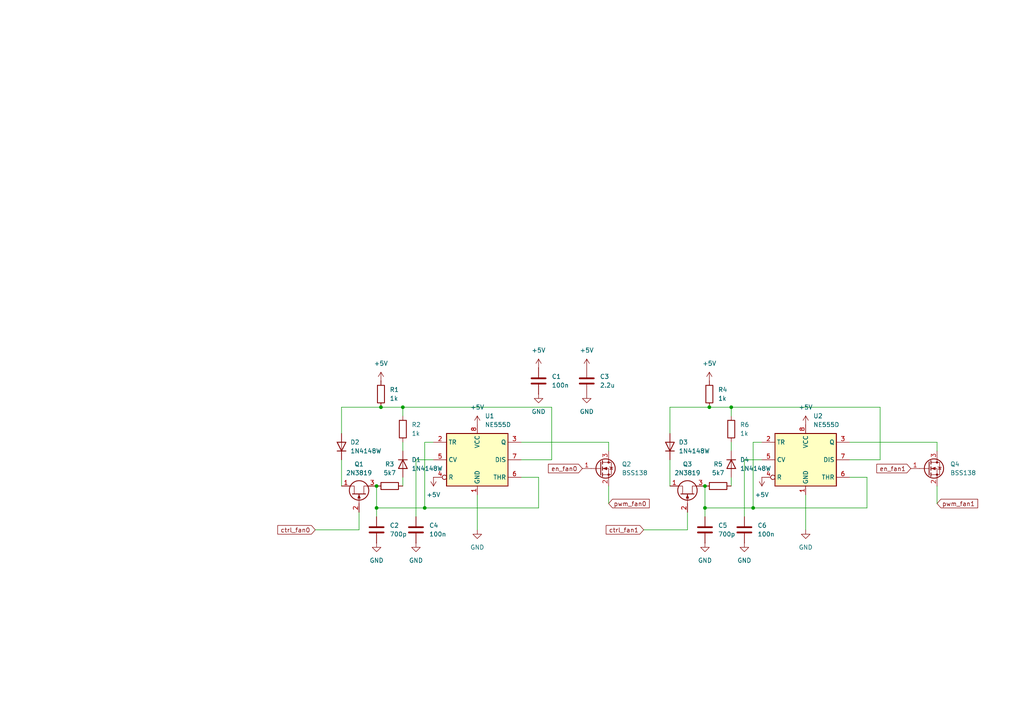
<source format=kicad_sch>
(kicad_sch
	(version 20231120)
	(generator "eeschema")
	(generator_version "8.0")
	(uuid "813ad687-b864-44a5-b729-c4edf26b731d")
	(paper "A4")
	(lib_symbols
		(symbol "Device:C"
			(pin_numbers hide)
			(pin_names
				(offset 0.254)
			)
			(exclude_from_sim no)
			(in_bom yes)
			(on_board yes)
			(property "Reference" "C"
				(at 0.635 2.54 0)
				(effects
					(font
						(size 1.27 1.27)
					)
					(justify left)
				)
			)
			(property "Value" "C"
				(at 0.635 -2.54 0)
				(effects
					(font
						(size 1.27 1.27)
					)
					(justify left)
				)
			)
			(property "Footprint" ""
				(at 0.9652 -3.81 0)
				(effects
					(font
						(size 1.27 1.27)
					)
					(hide yes)
				)
			)
			(property "Datasheet" "~"
				(at 0 0 0)
				(effects
					(font
						(size 1.27 1.27)
					)
					(hide yes)
				)
			)
			(property "Description" "Unpolarized capacitor"
				(at 0 0 0)
				(effects
					(font
						(size 1.27 1.27)
					)
					(hide yes)
				)
			)
			(property "ki_keywords" "cap capacitor"
				(at 0 0 0)
				(effects
					(font
						(size 1.27 1.27)
					)
					(hide yes)
				)
			)
			(property "ki_fp_filters" "C_*"
				(at 0 0 0)
				(effects
					(font
						(size 1.27 1.27)
					)
					(hide yes)
				)
			)
			(symbol "C_0_1"
				(polyline
					(pts
						(xy -2.032 -0.762) (xy 2.032 -0.762)
					)
					(stroke
						(width 0.508)
						(type default)
					)
					(fill
						(type none)
					)
				)
				(polyline
					(pts
						(xy -2.032 0.762) (xy 2.032 0.762)
					)
					(stroke
						(width 0.508)
						(type default)
					)
					(fill
						(type none)
					)
				)
			)
			(symbol "C_1_1"
				(pin passive line
					(at 0 3.81 270)
					(length 2.794)
					(name "~"
						(effects
							(font
								(size 1.27 1.27)
							)
						)
					)
					(number "1"
						(effects
							(font
								(size 1.27 1.27)
							)
						)
					)
				)
				(pin passive line
					(at 0 -3.81 90)
					(length 2.794)
					(name "~"
						(effects
							(font
								(size 1.27 1.27)
							)
						)
					)
					(number "2"
						(effects
							(font
								(size 1.27 1.27)
							)
						)
					)
				)
			)
		)
		(symbol "Device:R"
			(pin_numbers hide)
			(pin_names
				(offset 0)
			)
			(exclude_from_sim no)
			(in_bom yes)
			(on_board yes)
			(property "Reference" "R"
				(at 2.032 0 90)
				(effects
					(font
						(size 1.27 1.27)
					)
				)
			)
			(property "Value" "R"
				(at 0 0 90)
				(effects
					(font
						(size 1.27 1.27)
					)
				)
			)
			(property "Footprint" ""
				(at -1.778 0 90)
				(effects
					(font
						(size 1.27 1.27)
					)
					(hide yes)
				)
			)
			(property "Datasheet" "~"
				(at 0 0 0)
				(effects
					(font
						(size 1.27 1.27)
					)
					(hide yes)
				)
			)
			(property "Description" "Resistor"
				(at 0 0 0)
				(effects
					(font
						(size 1.27 1.27)
					)
					(hide yes)
				)
			)
			(property "ki_keywords" "R res resistor"
				(at 0 0 0)
				(effects
					(font
						(size 1.27 1.27)
					)
					(hide yes)
				)
			)
			(property "ki_fp_filters" "R_*"
				(at 0 0 0)
				(effects
					(font
						(size 1.27 1.27)
					)
					(hide yes)
				)
			)
			(symbol "R_0_1"
				(rectangle
					(start -1.016 -2.54)
					(end 1.016 2.54)
					(stroke
						(width 0.254)
						(type default)
					)
					(fill
						(type none)
					)
				)
			)
			(symbol "R_1_1"
				(pin passive line
					(at 0 3.81 270)
					(length 1.27)
					(name "~"
						(effects
							(font
								(size 1.27 1.27)
							)
						)
					)
					(number "1"
						(effects
							(font
								(size 1.27 1.27)
							)
						)
					)
				)
				(pin passive line
					(at 0 -3.81 90)
					(length 1.27)
					(name "~"
						(effects
							(font
								(size 1.27 1.27)
							)
						)
					)
					(number "2"
						(effects
							(font
								(size 1.27 1.27)
							)
						)
					)
				)
			)
		)
		(symbol "Diode:1N4148W"
			(pin_numbers hide)
			(pin_names hide)
			(exclude_from_sim no)
			(in_bom yes)
			(on_board yes)
			(property "Reference" "D"
				(at 0 2.54 0)
				(effects
					(font
						(size 1.27 1.27)
					)
				)
			)
			(property "Value" "1N4148W"
				(at 0 -2.54 0)
				(effects
					(font
						(size 1.27 1.27)
					)
				)
			)
			(property "Footprint" "Diode_SMD:D_SOD-123"
				(at 0 -4.445 0)
				(effects
					(font
						(size 1.27 1.27)
					)
					(hide yes)
				)
			)
			(property "Datasheet" "https://www.vishay.com/docs/85748/1n4148w.pdf"
				(at 0 0 0)
				(effects
					(font
						(size 1.27 1.27)
					)
					(hide yes)
				)
			)
			(property "Description" "75V 0.15A Fast Switching Diode, SOD-123"
				(at 0 0 0)
				(effects
					(font
						(size 1.27 1.27)
					)
					(hide yes)
				)
			)
			(property "Sim.Device" "D"
				(at 0 0 0)
				(effects
					(font
						(size 1.27 1.27)
					)
					(hide yes)
				)
			)
			(property "Sim.Pins" "1=K 2=A"
				(at 0 0 0)
				(effects
					(font
						(size 1.27 1.27)
					)
					(hide yes)
				)
			)
			(property "ki_keywords" "diode"
				(at 0 0 0)
				(effects
					(font
						(size 1.27 1.27)
					)
					(hide yes)
				)
			)
			(property "ki_fp_filters" "D*SOD?123*"
				(at 0 0 0)
				(effects
					(font
						(size 1.27 1.27)
					)
					(hide yes)
				)
			)
			(symbol "1N4148W_0_1"
				(polyline
					(pts
						(xy -1.27 1.27) (xy -1.27 -1.27)
					)
					(stroke
						(width 0.254)
						(type default)
					)
					(fill
						(type none)
					)
				)
				(polyline
					(pts
						(xy 1.27 0) (xy -1.27 0)
					)
					(stroke
						(width 0)
						(type default)
					)
					(fill
						(type none)
					)
				)
				(polyline
					(pts
						(xy 1.27 1.27) (xy 1.27 -1.27) (xy -1.27 0) (xy 1.27 1.27)
					)
					(stroke
						(width 0.254)
						(type default)
					)
					(fill
						(type none)
					)
				)
			)
			(symbol "1N4148W_1_1"
				(pin passive line
					(at -3.81 0 0)
					(length 2.54)
					(name "K"
						(effects
							(font
								(size 1.27 1.27)
							)
						)
					)
					(number "1"
						(effects
							(font
								(size 1.27 1.27)
							)
						)
					)
				)
				(pin passive line
					(at 3.81 0 180)
					(length 2.54)
					(name "A"
						(effects
							(font
								(size 1.27 1.27)
							)
						)
					)
					(number "2"
						(effects
							(font
								(size 1.27 1.27)
							)
						)
					)
				)
			)
		)
		(symbol "Timer:NE555D"
			(exclude_from_sim no)
			(in_bom yes)
			(on_board yes)
			(property "Reference" "U"
				(at -10.16 8.89 0)
				(effects
					(font
						(size 1.27 1.27)
					)
					(justify left)
				)
			)
			(property "Value" "NE555D"
				(at 2.54 8.89 0)
				(effects
					(font
						(size 1.27 1.27)
					)
					(justify left)
				)
			)
			(property "Footprint" "Package_SO:SOIC-8_3.9x4.9mm_P1.27mm"
				(at 21.59 -10.16 0)
				(effects
					(font
						(size 1.27 1.27)
					)
					(hide yes)
				)
			)
			(property "Datasheet" "http://www.ti.com/lit/ds/symlink/ne555.pdf"
				(at 21.59 -10.16 0)
				(effects
					(font
						(size 1.27 1.27)
					)
					(hide yes)
				)
			)
			(property "Description" "Precision Timers, 555 compatible, SOIC-8"
				(at 0 0 0)
				(effects
					(font
						(size 1.27 1.27)
					)
					(hide yes)
				)
			)
			(property "ki_keywords" "single timer 555"
				(at 0 0 0)
				(effects
					(font
						(size 1.27 1.27)
					)
					(hide yes)
				)
			)
			(property "ki_fp_filters" "SOIC*3.9x4.9mm*P1.27mm*"
				(at 0 0 0)
				(effects
					(font
						(size 1.27 1.27)
					)
					(hide yes)
				)
			)
			(symbol "NE555D_0_0"
				(pin power_in line
					(at 0 -10.16 90)
					(length 2.54)
					(name "GND"
						(effects
							(font
								(size 1.27 1.27)
							)
						)
					)
					(number "1"
						(effects
							(font
								(size 1.27 1.27)
							)
						)
					)
				)
				(pin power_in line
					(at 0 10.16 270)
					(length 2.54)
					(name "VCC"
						(effects
							(font
								(size 1.27 1.27)
							)
						)
					)
					(number "8"
						(effects
							(font
								(size 1.27 1.27)
							)
						)
					)
				)
			)
			(symbol "NE555D_0_1"
				(rectangle
					(start -8.89 -7.62)
					(end 8.89 7.62)
					(stroke
						(width 0.254)
						(type default)
					)
					(fill
						(type background)
					)
				)
				(rectangle
					(start -8.89 -7.62)
					(end 8.89 7.62)
					(stroke
						(width 0.254)
						(type default)
					)
					(fill
						(type background)
					)
				)
			)
			(symbol "NE555D_1_1"
				(pin input line
					(at -12.7 5.08 0)
					(length 3.81)
					(name "TR"
						(effects
							(font
								(size 1.27 1.27)
							)
						)
					)
					(number "2"
						(effects
							(font
								(size 1.27 1.27)
							)
						)
					)
				)
				(pin output line
					(at 12.7 5.08 180)
					(length 3.81)
					(name "Q"
						(effects
							(font
								(size 1.27 1.27)
							)
						)
					)
					(number "3"
						(effects
							(font
								(size 1.27 1.27)
							)
						)
					)
				)
				(pin input inverted
					(at -12.7 -5.08 0)
					(length 3.81)
					(name "R"
						(effects
							(font
								(size 1.27 1.27)
							)
						)
					)
					(number "4"
						(effects
							(font
								(size 1.27 1.27)
							)
						)
					)
				)
				(pin input line
					(at -12.7 0 0)
					(length 3.81)
					(name "CV"
						(effects
							(font
								(size 1.27 1.27)
							)
						)
					)
					(number "5"
						(effects
							(font
								(size 1.27 1.27)
							)
						)
					)
				)
				(pin input line
					(at 12.7 -5.08 180)
					(length 3.81)
					(name "THR"
						(effects
							(font
								(size 1.27 1.27)
							)
						)
					)
					(number "6"
						(effects
							(font
								(size 1.27 1.27)
							)
						)
					)
				)
				(pin input line
					(at 12.7 0 180)
					(length 3.81)
					(name "DIS"
						(effects
							(font
								(size 1.27 1.27)
							)
						)
					)
					(number "7"
						(effects
							(font
								(size 1.27 1.27)
							)
						)
					)
				)
			)
		)
		(symbol "Transistor_FET:2N3819"
			(pin_names hide)
			(exclude_from_sim no)
			(in_bom yes)
			(on_board yes)
			(property "Reference" "Q"
				(at 5.08 1.905 0)
				(effects
					(font
						(size 1.27 1.27)
					)
					(justify left)
				)
			)
			(property "Value" "2N3819"
				(at 5.08 0 0)
				(effects
					(font
						(size 1.27 1.27)
					)
					(justify left)
				)
			)
			(property "Footprint" "Package_TO_SOT_THT:TO-92"
				(at 5.08 -1.905 0)
				(effects
					(font
						(size 1.27 1.27)
						(italic yes)
					)
					(justify left)
					(hide yes)
				)
			)
			(property "Datasheet" "https://my.centralsemi.com/datasheets/2N3819.PDF"
				(at 5.08 -3.81 0)
				(effects
					(font
						(size 1.27 1.27)
					)
					(justify left)
					(hide yes)
				)
			)
			(property "Description" "20mA Id, 25V Vgs, N-Channel JFET Transistor, TO-92"
				(at 0 0 0)
				(effects
					(font
						(size 1.27 1.27)
					)
					(hide yes)
				)
			)
			(property "ki_keywords" "N-Channel JFET Transistor"
				(at 0 0 0)
				(effects
					(font
						(size 1.27 1.27)
					)
					(hide yes)
				)
			)
			(property "ki_fp_filters" "TO?92*"
				(at 0 0 0)
				(effects
					(font
						(size 1.27 1.27)
					)
					(hide yes)
				)
			)
			(symbol "2N3819_0_1"
				(polyline
					(pts
						(xy 0.254 0) (xy -2.54 0)
					)
					(stroke
						(width 0)
						(type default)
					)
					(fill
						(type none)
					)
				)
				(polyline
					(pts
						(xy 0.254 1.905) (xy 0.254 -1.905)
					)
					(stroke
						(width 0.254)
						(type default)
					)
					(fill
						(type none)
					)
				)
				(polyline
					(pts
						(xy 2.54 -2.54) (xy 2.54 -1.397) (xy 0.254 -1.397)
					)
					(stroke
						(width 0)
						(type default)
					)
					(fill
						(type none)
					)
				)
				(polyline
					(pts
						(xy 2.54 2.54) (xy 2.54 1.397) (xy 0.254 1.397)
					)
					(stroke
						(width 0)
						(type default)
					)
					(fill
						(type none)
					)
				)
				(polyline
					(pts
						(xy 0 0) (xy -1.016 0.381) (xy -1.016 -0.381) (xy 0 0)
					)
					(stroke
						(width 0)
						(type default)
					)
					(fill
						(type outline)
					)
				)
				(circle
					(center 1.27 0)
					(radius 2.8194)
					(stroke
						(width 0.254)
						(type default)
					)
					(fill
						(type none)
					)
				)
			)
			(symbol "2N3819_1_1"
				(pin passive line
					(at 2.54 5.08 270)
					(length 2.54)
					(name "D"
						(effects
							(font
								(size 1.27 1.27)
							)
						)
					)
					(number "1"
						(effects
							(font
								(size 1.27 1.27)
							)
						)
					)
				)
				(pin input line
					(at -5.08 0 0)
					(length 2.54)
					(name "G"
						(effects
							(font
								(size 1.27 1.27)
							)
						)
					)
					(number "2"
						(effects
							(font
								(size 1.27 1.27)
							)
						)
					)
				)
				(pin passive line
					(at 2.54 -5.08 90)
					(length 2.54)
					(name "S"
						(effects
							(font
								(size 1.27 1.27)
							)
						)
					)
					(number "3"
						(effects
							(font
								(size 1.27 1.27)
							)
						)
					)
				)
			)
		)
		(symbol "Transistor_FET:BSS138"
			(pin_names hide)
			(exclude_from_sim no)
			(in_bom yes)
			(on_board yes)
			(property "Reference" "Q"
				(at 5.08 1.905 0)
				(effects
					(font
						(size 1.27 1.27)
					)
					(justify left)
				)
			)
			(property "Value" "BSS138"
				(at 5.08 0 0)
				(effects
					(font
						(size 1.27 1.27)
					)
					(justify left)
				)
			)
			(property "Footprint" "Package_TO_SOT_SMD:SOT-23"
				(at 5.08 -1.905 0)
				(effects
					(font
						(size 1.27 1.27)
						(italic yes)
					)
					(justify left)
					(hide yes)
				)
			)
			(property "Datasheet" "https://www.onsemi.com/pub/Collateral/BSS138-D.PDF"
				(at 5.08 -3.81 0)
				(effects
					(font
						(size 1.27 1.27)
					)
					(justify left)
					(hide yes)
				)
			)
			(property "Description" "50V Vds, 0.22A Id, N-Channel MOSFET, SOT-23"
				(at 0 0 0)
				(effects
					(font
						(size 1.27 1.27)
					)
					(hide yes)
				)
			)
			(property "ki_keywords" "N-Channel MOSFET"
				(at 0 0 0)
				(effects
					(font
						(size 1.27 1.27)
					)
					(hide yes)
				)
			)
			(property "ki_fp_filters" "SOT?23*"
				(at 0 0 0)
				(effects
					(font
						(size 1.27 1.27)
					)
					(hide yes)
				)
			)
			(symbol "BSS138_0_1"
				(polyline
					(pts
						(xy 0.254 0) (xy -2.54 0)
					)
					(stroke
						(width 0)
						(type default)
					)
					(fill
						(type none)
					)
				)
				(polyline
					(pts
						(xy 0.254 1.905) (xy 0.254 -1.905)
					)
					(stroke
						(width 0.254)
						(type default)
					)
					(fill
						(type none)
					)
				)
				(polyline
					(pts
						(xy 0.762 -1.27) (xy 0.762 -2.286)
					)
					(stroke
						(width 0.254)
						(type default)
					)
					(fill
						(type none)
					)
				)
				(polyline
					(pts
						(xy 0.762 0.508) (xy 0.762 -0.508)
					)
					(stroke
						(width 0.254)
						(type default)
					)
					(fill
						(type none)
					)
				)
				(polyline
					(pts
						(xy 0.762 2.286) (xy 0.762 1.27)
					)
					(stroke
						(width 0.254)
						(type default)
					)
					(fill
						(type none)
					)
				)
				(polyline
					(pts
						(xy 2.54 2.54) (xy 2.54 1.778)
					)
					(stroke
						(width 0)
						(type default)
					)
					(fill
						(type none)
					)
				)
				(polyline
					(pts
						(xy 2.54 -2.54) (xy 2.54 0) (xy 0.762 0)
					)
					(stroke
						(width 0)
						(type default)
					)
					(fill
						(type none)
					)
				)
				(polyline
					(pts
						(xy 0.762 -1.778) (xy 3.302 -1.778) (xy 3.302 1.778) (xy 0.762 1.778)
					)
					(stroke
						(width 0)
						(type default)
					)
					(fill
						(type none)
					)
				)
				(polyline
					(pts
						(xy 1.016 0) (xy 2.032 0.381) (xy 2.032 -0.381) (xy 1.016 0)
					)
					(stroke
						(width 0)
						(type default)
					)
					(fill
						(type outline)
					)
				)
				(polyline
					(pts
						(xy 2.794 0.508) (xy 2.921 0.381) (xy 3.683 0.381) (xy 3.81 0.254)
					)
					(stroke
						(width 0)
						(type default)
					)
					(fill
						(type none)
					)
				)
				(polyline
					(pts
						(xy 3.302 0.381) (xy 2.921 -0.254) (xy 3.683 -0.254) (xy 3.302 0.381)
					)
					(stroke
						(width 0)
						(type default)
					)
					(fill
						(type none)
					)
				)
				(circle
					(center 1.651 0)
					(radius 2.794)
					(stroke
						(width 0.254)
						(type default)
					)
					(fill
						(type none)
					)
				)
				(circle
					(center 2.54 -1.778)
					(radius 0.254)
					(stroke
						(width 0)
						(type default)
					)
					(fill
						(type outline)
					)
				)
				(circle
					(center 2.54 1.778)
					(radius 0.254)
					(stroke
						(width 0)
						(type default)
					)
					(fill
						(type outline)
					)
				)
			)
			(symbol "BSS138_1_1"
				(pin input line
					(at -5.08 0 0)
					(length 2.54)
					(name "G"
						(effects
							(font
								(size 1.27 1.27)
							)
						)
					)
					(number "1"
						(effects
							(font
								(size 1.27 1.27)
							)
						)
					)
				)
				(pin passive line
					(at 2.54 -5.08 90)
					(length 2.54)
					(name "S"
						(effects
							(font
								(size 1.27 1.27)
							)
						)
					)
					(number "2"
						(effects
							(font
								(size 1.27 1.27)
							)
						)
					)
				)
				(pin passive line
					(at 2.54 5.08 270)
					(length 2.54)
					(name "D"
						(effects
							(font
								(size 1.27 1.27)
							)
						)
					)
					(number "3"
						(effects
							(font
								(size 1.27 1.27)
							)
						)
					)
				)
			)
		)
		(symbol "power:+5V"
			(power)
			(pin_numbers hide)
			(pin_names
				(offset 0) hide)
			(exclude_from_sim no)
			(in_bom yes)
			(on_board yes)
			(property "Reference" "#PWR"
				(at 0 -3.81 0)
				(effects
					(font
						(size 1.27 1.27)
					)
					(hide yes)
				)
			)
			(property "Value" "+5V"
				(at 0 3.556 0)
				(effects
					(font
						(size 1.27 1.27)
					)
				)
			)
			(property "Footprint" ""
				(at 0 0 0)
				(effects
					(font
						(size 1.27 1.27)
					)
					(hide yes)
				)
			)
			(property "Datasheet" ""
				(at 0 0 0)
				(effects
					(font
						(size 1.27 1.27)
					)
					(hide yes)
				)
			)
			(property "Description" "Power symbol creates a global label with name \"+5V\""
				(at 0 0 0)
				(effects
					(font
						(size 1.27 1.27)
					)
					(hide yes)
				)
			)
			(property "ki_keywords" "global power"
				(at 0 0 0)
				(effects
					(font
						(size 1.27 1.27)
					)
					(hide yes)
				)
			)
			(symbol "+5V_0_1"
				(polyline
					(pts
						(xy -0.762 1.27) (xy 0 2.54)
					)
					(stroke
						(width 0)
						(type default)
					)
					(fill
						(type none)
					)
				)
				(polyline
					(pts
						(xy 0 0) (xy 0 2.54)
					)
					(stroke
						(width 0)
						(type default)
					)
					(fill
						(type none)
					)
				)
				(polyline
					(pts
						(xy 0 2.54) (xy 0.762 1.27)
					)
					(stroke
						(width 0)
						(type default)
					)
					(fill
						(type none)
					)
				)
			)
			(symbol "+5V_1_1"
				(pin power_in line
					(at 0 0 90)
					(length 0)
					(name "~"
						(effects
							(font
								(size 1.27 1.27)
							)
						)
					)
					(number "1"
						(effects
							(font
								(size 1.27 1.27)
							)
						)
					)
				)
			)
		)
		(symbol "power:GND"
			(power)
			(pin_numbers hide)
			(pin_names
				(offset 0) hide)
			(exclude_from_sim no)
			(in_bom yes)
			(on_board yes)
			(property "Reference" "#PWR"
				(at 0 -6.35 0)
				(effects
					(font
						(size 1.27 1.27)
					)
					(hide yes)
				)
			)
			(property "Value" "GND"
				(at 0 -3.81 0)
				(effects
					(font
						(size 1.27 1.27)
					)
				)
			)
			(property "Footprint" ""
				(at 0 0 0)
				(effects
					(font
						(size 1.27 1.27)
					)
					(hide yes)
				)
			)
			(property "Datasheet" ""
				(at 0 0 0)
				(effects
					(font
						(size 1.27 1.27)
					)
					(hide yes)
				)
			)
			(property "Description" "Power symbol creates a global label with name \"GND\" , ground"
				(at 0 0 0)
				(effects
					(font
						(size 1.27 1.27)
					)
					(hide yes)
				)
			)
			(property "ki_keywords" "global power"
				(at 0 0 0)
				(effects
					(font
						(size 1.27 1.27)
					)
					(hide yes)
				)
			)
			(symbol "GND_0_1"
				(polyline
					(pts
						(xy 0 0) (xy 0 -1.27) (xy 1.27 -1.27) (xy 0 -2.54) (xy -1.27 -1.27) (xy 0 -1.27)
					)
					(stroke
						(width 0)
						(type default)
					)
					(fill
						(type none)
					)
				)
			)
			(symbol "GND_1_1"
				(pin power_in line
					(at 0 0 270)
					(length 0)
					(name "~"
						(effects
							(font
								(size 1.27 1.27)
							)
						)
					)
					(number "1"
						(effects
							(font
								(size 1.27 1.27)
							)
						)
					)
				)
			)
		)
	)
	(junction
		(at 204.47 140.97)
		(diameter 0)
		(color 0 0 0 0)
		(uuid "227a1ec0-1368-469e-b247-aaf19d30dabf")
	)
	(junction
		(at 116.84 118.11)
		(diameter 0)
		(color 0 0 0 0)
		(uuid "2982c01c-9018-459e-bcca-5c930b1fdad0")
	)
	(junction
		(at 204.47 147.32)
		(diameter 0)
		(color 0 0 0 0)
		(uuid "3c9b3d30-06d5-4b83-bca3-4d28015c217a")
	)
	(junction
		(at 123.19 147.32)
		(diameter 0)
		(color 0 0 0 0)
		(uuid "47ddd47f-1cdd-4332-b7a9-77a70b9fcfe7")
	)
	(junction
		(at 109.22 147.32)
		(diameter 0)
		(color 0 0 0 0)
		(uuid "5a32f740-90e0-4023-a158-727a4cc2d4ef")
	)
	(junction
		(at 110.49 118.11)
		(diameter 0)
		(color 0 0 0 0)
		(uuid "5a8e13c9-2c5f-454b-981a-b3cc9b66f39e")
	)
	(junction
		(at 109.22 140.97)
		(diameter 0)
		(color 0 0 0 0)
		(uuid "5ffdbf01-c576-4761-8171-2571b8ad99fe")
	)
	(junction
		(at 205.74 118.11)
		(diameter 0)
		(color 0 0 0 0)
		(uuid "6c8d6882-19ec-4b04-9444-c1c4a1cc9861")
	)
	(junction
		(at 212.09 118.11)
		(diameter 0)
		(color 0 0 0 0)
		(uuid "c5883e8d-1c53-4878-a6e5-a56f0ecd4d54")
	)
	(junction
		(at 218.44 147.32)
		(diameter 0)
		(color 0 0 0 0)
		(uuid "fd61ffe1-0981-4578-b1ee-b38489b82e6d")
	)
	(wire
		(pts
			(xy 271.78 146.05) (xy 271.78 140.97)
		)
		(stroke
			(width 0)
			(type default)
		)
		(uuid "027225dd-e707-48f2-a5e3-644569bf2df6")
	)
	(wire
		(pts
			(xy 138.43 143.51) (xy 138.43 153.67)
		)
		(stroke
			(width 0)
			(type default)
		)
		(uuid "039e22d0-9d17-41c5-a6ef-a0ee485fa6b9")
	)
	(wire
		(pts
			(xy 246.38 138.43) (xy 251.46 138.43)
		)
		(stroke
			(width 0)
			(type default)
		)
		(uuid "14a77a15-fa15-47cf-b55d-5088588558bb")
	)
	(wire
		(pts
			(xy 123.19 128.27) (xy 125.73 128.27)
		)
		(stroke
			(width 0)
			(type default)
		)
		(uuid "1a527674-e5af-4180-98de-3060fd8be481")
	)
	(wire
		(pts
			(xy 215.9 133.35) (xy 220.98 133.35)
		)
		(stroke
			(width 0)
			(type default)
		)
		(uuid "1dba7824-aec7-4796-a7b1-db0ffaddd94d")
	)
	(wire
		(pts
			(xy 218.44 147.32) (xy 218.44 128.27)
		)
		(stroke
			(width 0)
			(type default)
		)
		(uuid "1fd7ed8d-d0bb-4210-ba3c-21679ace5437")
	)
	(wire
		(pts
			(xy 186.69 153.67) (xy 199.39 153.67)
		)
		(stroke
			(width 0)
			(type default)
		)
		(uuid "2629fd0a-bf47-431b-8dc6-dce1025d1c83")
	)
	(wire
		(pts
			(xy 176.53 130.81) (xy 176.53 128.27)
		)
		(stroke
			(width 0)
			(type default)
		)
		(uuid "2b6327e1-fe6f-459e-b4a2-a266027b70b2")
	)
	(wire
		(pts
			(xy 255.27 118.11) (xy 255.27 133.35)
		)
		(stroke
			(width 0)
			(type default)
		)
		(uuid "2e087571-e6ad-4a27-8a6d-60e300c87556")
	)
	(wire
		(pts
			(xy 194.31 118.11) (xy 205.74 118.11)
		)
		(stroke
			(width 0)
			(type default)
		)
		(uuid "3e5a0c5a-6092-41fb-8008-ba5a43cb45f8")
	)
	(wire
		(pts
			(xy 156.21 138.43) (xy 156.21 147.32)
		)
		(stroke
			(width 0)
			(type default)
		)
		(uuid "45985678-aa06-4041-ad35-1d639123c09b")
	)
	(wire
		(pts
			(xy 199.39 148.59) (xy 199.39 153.67)
		)
		(stroke
			(width 0)
			(type default)
		)
		(uuid "49759c90-4b4a-4390-9cf4-7a36eecff2d2")
	)
	(wire
		(pts
			(xy 204.47 140.97) (xy 204.47 147.32)
		)
		(stroke
			(width 0)
			(type default)
		)
		(uuid "5441285c-2a8a-4591-9e91-a85b060f2f0b")
	)
	(wire
		(pts
			(xy 91.44 153.67) (xy 104.14 153.67)
		)
		(stroke
			(width 0)
			(type default)
		)
		(uuid "55d9bb86-f080-4f9c-8597-cca1472afcc2")
	)
	(wire
		(pts
			(xy 271.78 130.81) (xy 271.78 128.27)
		)
		(stroke
			(width 0)
			(type default)
		)
		(uuid "562e34fb-2c5e-43c8-8d51-8c344b96dc9e")
	)
	(wire
		(pts
			(xy 204.47 147.32) (xy 204.47 149.86)
		)
		(stroke
			(width 0)
			(type default)
		)
		(uuid "58085529-82e5-4c70-b405-ef890a9ae520")
	)
	(wire
		(pts
			(xy 151.13 138.43) (xy 156.21 138.43)
		)
		(stroke
			(width 0)
			(type default)
		)
		(uuid "59f37aaa-5474-4064-8858-f0d8ecd51fd9")
	)
	(wire
		(pts
			(xy 120.65 149.86) (xy 120.65 133.35)
		)
		(stroke
			(width 0)
			(type default)
		)
		(uuid "5af37206-3a66-4a68-8e97-5d7aded710f5")
	)
	(wire
		(pts
			(xy 123.19 147.32) (xy 109.22 147.32)
		)
		(stroke
			(width 0)
			(type default)
		)
		(uuid "5d4c948d-476c-41a9-b936-48ecded4d2c7")
	)
	(wire
		(pts
			(xy 99.06 125.73) (xy 99.06 118.11)
		)
		(stroke
			(width 0)
			(type default)
		)
		(uuid "5de91dd7-4044-4146-8017-725005047144")
	)
	(wire
		(pts
			(xy 212.09 138.43) (xy 212.09 140.97)
		)
		(stroke
			(width 0)
			(type default)
		)
		(uuid "5ed4b2e5-64c7-4ab9-bd66-d1c65ca5ec54")
	)
	(wire
		(pts
			(xy 176.53 146.05) (xy 176.53 140.97)
		)
		(stroke
			(width 0)
			(type default)
		)
		(uuid "62f2d1df-f218-47df-be72-57056a71e551")
	)
	(wire
		(pts
			(xy 109.22 140.97) (xy 109.22 147.32)
		)
		(stroke
			(width 0)
			(type default)
		)
		(uuid "645c22da-9d9c-462d-b379-dfd9e77e1951")
	)
	(wire
		(pts
			(xy 176.53 128.27) (xy 151.13 128.27)
		)
		(stroke
			(width 0)
			(type default)
		)
		(uuid "697a9e7e-396c-4893-b91b-a9c3a3ed246e")
	)
	(wire
		(pts
			(xy 218.44 147.32) (xy 204.47 147.32)
		)
		(stroke
			(width 0)
			(type default)
		)
		(uuid "6d66755d-fba9-4fe2-a20f-f59804364741")
	)
	(wire
		(pts
			(xy 194.31 133.35) (xy 194.31 140.97)
		)
		(stroke
			(width 0)
			(type default)
		)
		(uuid "71144d66-afcc-4210-a4cc-64c653f3c40b")
	)
	(wire
		(pts
			(xy 104.14 148.59) (xy 104.14 153.67)
		)
		(stroke
			(width 0)
			(type default)
		)
		(uuid "79d22594-5962-4d89-89bc-b653c7efa3e8")
	)
	(wire
		(pts
			(xy 160.02 118.11) (xy 160.02 133.35)
		)
		(stroke
			(width 0)
			(type default)
		)
		(uuid "7eb9f74b-d9b8-4d7b-aae5-ce7f2e8b75e3")
	)
	(wire
		(pts
			(xy 271.78 128.27) (xy 246.38 128.27)
		)
		(stroke
			(width 0)
			(type default)
		)
		(uuid "88bf6b51-4ad2-471e-a34e-868be88587c0")
	)
	(wire
		(pts
			(xy 212.09 118.11) (xy 212.09 120.65)
		)
		(stroke
			(width 0)
			(type default)
		)
		(uuid "8d62f4c5-876f-4458-b679-ea9181aed0da")
	)
	(wire
		(pts
			(xy 109.22 147.32) (xy 109.22 149.86)
		)
		(stroke
			(width 0)
			(type default)
		)
		(uuid "90f9437e-87a2-499b-8c5e-a4b77e9d930f")
	)
	(wire
		(pts
			(xy 99.06 133.35) (xy 99.06 140.97)
		)
		(stroke
			(width 0)
			(type default)
		)
		(uuid "92977f9a-df1c-4cb1-8e79-b68878b2d5ef")
	)
	(wire
		(pts
			(xy 233.68 143.51) (xy 233.68 153.67)
		)
		(stroke
			(width 0)
			(type default)
		)
		(uuid "992affcf-67fa-4941-9e63-dc81da889240")
	)
	(wire
		(pts
			(xy 160.02 133.35) (xy 151.13 133.35)
		)
		(stroke
			(width 0)
			(type default)
		)
		(uuid "9af53e0e-d220-48c5-a0a9-ce89ec423472")
	)
	(wire
		(pts
			(xy 116.84 138.43) (xy 116.84 140.97)
		)
		(stroke
			(width 0)
			(type default)
		)
		(uuid "9c46b400-33b5-4215-b4dd-7b5418fe00eb")
	)
	(wire
		(pts
			(xy 212.09 118.11) (xy 255.27 118.11)
		)
		(stroke
			(width 0)
			(type default)
		)
		(uuid "a2ff9a46-fe51-4dc1-a634-eb24ac21cd17")
	)
	(wire
		(pts
			(xy 123.19 147.32) (xy 123.19 128.27)
		)
		(stroke
			(width 0)
			(type default)
		)
		(uuid "adf32bf5-c9cc-479e-b660-03f794da52ed")
	)
	(wire
		(pts
			(xy 194.31 125.73) (xy 194.31 118.11)
		)
		(stroke
			(width 0)
			(type default)
		)
		(uuid "b0afd22c-1b12-477e-b7df-15471b663409")
	)
	(wire
		(pts
			(xy 205.74 118.11) (xy 212.09 118.11)
		)
		(stroke
			(width 0)
			(type default)
		)
		(uuid "b4ada749-cace-4654-9f68-79f4ae077519")
	)
	(wire
		(pts
			(xy 116.84 128.27) (xy 116.84 130.81)
		)
		(stroke
			(width 0)
			(type default)
		)
		(uuid "b84c3ac1-35cc-41a3-a8e9-59954acef370")
	)
	(wire
		(pts
			(xy 255.27 133.35) (xy 246.38 133.35)
		)
		(stroke
			(width 0)
			(type default)
		)
		(uuid "c5579c0a-a2ec-4c2b-910d-d7a24dfa9fef")
	)
	(wire
		(pts
			(xy 251.46 147.32) (xy 218.44 147.32)
		)
		(stroke
			(width 0)
			(type default)
		)
		(uuid "c6d5860f-ac50-4b40-905a-3191c1fa4dff")
	)
	(wire
		(pts
			(xy 251.46 138.43) (xy 251.46 147.32)
		)
		(stroke
			(width 0)
			(type default)
		)
		(uuid "c9072ec1-8adf-4a0d-add6-42cc6e737307")
	)
	(wire
		(pts
			(xy 99.06 118.11) (xy 110.49 118.11)
		)
		(stroke
			(width 0)
			(type default)
		)
		(uuid "cf717615-1660-45e0-90c4-782ad6c46187")
	)
	(wire
		(pts
			(xy 120.65 133.35) (xy 125.73 133.35)
		)
		(stroke
			(width 0)
			(type default)
		)
		(uuid "d20b17fa-f01c-4e4d-bda2-9375fbda1b0b")
	)
	(wire
		(pts
			(xy 218.44 128.27) (xy 220.98 128.27)
		)
		(stroke
			(width 0)
			(type default)
		)
		(uuid "d3f2a7b9-864b-4483-a2ed-13972d546c10")
	)
	(wire
		(pts
			(xy 116.84 118.11) (xy 160.02 118.11)
		)
		(stroke
			(width 0)
			(type default)
		)
		(uuid "d4a7055b-5786-4494-8710-f99e649bf21f")
	)
	(wire
		(pts
			(xy 116.84 118.11) (xy 116.84 120.65)
		)
		(stroke
			(width 0)
			(type default)
		)
		(uuid "d74e1184-972b-4e2d-9d4b-b4271c4e5951")
	)
	(wire
		(pts
			(xy 215.9 149.86) (xy 215.9 133.35)
		)
		(stroke
			(width 0)
			(type default)
		)
		(uuid "d85eb984-fc85-4540-b988-1c33c1578cba")
	)
	(wire
		(pts
			(xy 156.21 147.32) (xy 123.19 147.32)
		)
		(stroke
			(width 0)
			(type default)
		)
		(uuid "dc85fee3-36c3-4c65-902d-ba44fc6b7eac")
	)
	(wire
		(pts
			(xy 110.49 118.11) (xy 116.84 118.11)
		)
		(stroke
			(width 0)
			(type default)
		)
		(uuid "de24d2d8-3a8c-4e2d-8120-4becc0f0336f")
	)
	(wire
		(pts
			(xy 212.09 128.27) (xy 212.09 130.81)
		)
		(stroke
			(width 0)
			(type default)
		)
		(uuid "fbe85fd7-ddf5-448b-a301-2d0d063bad19")
	)
	(global_label "ctrl_fan1"
		(shape input)
		(at 186.69 153.67 180)
		(fields_autoplaced yes)
		(effects
			(font
				(size 1.27 1.27)
			)
			(justify right)
		)
		(uuid "204394e5-f167-4bae-b798-45ee7668af81")
		(property "Intersheetrefs" "${INTERSHEET_REFS}"
			(at 175.2383 153.67 0)
			(effects
				(font
					(size 1.27 1.27)
				)
				(justify right)
				(hide yes)
			)
		)
	)
	(global_label "ctrl_fan0"
		(shape input)
		(at 91.44 153.67 180)
		(fields_autoplaced yes)
		(effects
			(font
				(size 1.27 1.27)
			)
			(justify right)
		)
		(uuid "2a77457f-f0e7-4c12-b833-b50c436a4b90")
		(property "Intersheetrefs" "${INTERSHEET_REFS}"
			(at 79.9883 153.67 0)
			(effects
				(font
					(size 1.27 1.27)
				)
				(justify right)
				(hide yes)
			)
		)
	)
	(global_label "pwm_fan0"
		(shape input)
		(at 176.53 146.05 0)
		(fields_autoplaced yes)
		(effects
			(font
				(size 1.27 1.27)
			)
			(justify left)
		)
		(uuid "4d9dd755-946b-422b-b399-befd44a22860")
		(property "Intersheetrefs" "${INTERSHEET_REFS}"
			(at 188.8888 146.05 0)
			(effects
				(font
					(size 1.27 1.27)
				)
				(justify left)
				(hide yes)
			)
		)
	)
	(global_label "en_fan1"
		(shape input)
		(at 264.16 135.89 180)
		(fields_autoplaced yes)
		(effects
			(font
				(size 1.27 1.27)
			)
			(justify right)
		)
		(uuid "50ff8856-1e27-46b9-8492-0f8f561af608")
		(property "Intersheetrefs" "${INTERSHEET_REFS}"
			(at 253.7364 135.89 0)
			(effects
				(font
					(size 1.27 1.27)
				)
				(justify right)
				(hide yes)
			)
		)
	)
	(global_label "pwm_fan1"
		(shape input)
		(at 271.78 146.05 0)
		(fields_autoplaced yes)
		(effects
			(font
				(size 1.27 1.27)
			)
			(justify left)
		)
		(uuid "51ac7638-3bcb-4f76-aed5-fdd0b572fbea")
		(property "Intersheetrefs" "${INTERSHEET_REFS}"
			(at 284.1388 146.05 0)
			(effects
				(font
					(size 1.27 1.27)
				)
				(justify left)
				(hide yes)
			)
		)
	)
	(global_label "en_fan0"
		(shape input)
		(at 168.91 135.89 180)
		(fields_autoplaced yes)
		(effects
			(font
				(size 1.27 1.27)
			)
			(justify right)
		)
		(uuid "92eee0a4-f0ee-43f3-a27c-0713ccf8caf6")
		(property "Intersheetrefs" "${INTERSHEET_REFS}"
			(at 158.4864 135.89 0)
			(effects
				(font
					(size 1.27 1.27)
				)
				(justify right)
				(hide yes)
			)
		)
	)
	(symbol
		(lib_id "Transistor_FET:BSS138")
		(at 173.99 135.89 0)
		(unit 1)
		(exclude_from_sim no)
		(in_bom yes)
		(on_board yes)
		(dnp no)
		(fields_autoplaced yes)
		(uuid "001c7b91-97d4-456e-a32c-8fe61e3351b3")
		(property "Reference" "Q2"
			(at 180.34 134.6199 0)
			(effects
				(font
					(size 1.27 1.27)
				)
				(justify left)
			)
		)
		(property "Value" "BSS138"
			(at 180.34 137.1599 0)
			(effects
				(font
					(size 1.27 1.27)
				)
				(justify left)
			)
		)
		(property "Footprint" "Package_TO_SOT_SMD:SOT-23"
			(at 179.07 137.795 0)
			(effects
				(font
					(size 1.27 1.27)
					(italic yes)
				)
				(justify left)
				(hide yes)
			)
		)
		(property "Datasheet" "https://www.onsemi.com/pub/Collateral/BSS138-D.PDF"
			(at 179.07 139.7 0)
			(effects
				(font
					(size 1.27 1.27)
				)
				(justify left)
				(hide yes)
			)
		)
		(property "Description" "50V Vds, 0.22A Id, N-Channel MOSFET, SOT-23"
			(at 173.99 135.89 0)
			(effects
				(font
					(size 1.27 1.27)
				)
				(hide yes)
			)
		)
		(pin "3"
			(uuid "9eb6f2ab-ac22-4ec1-b10e-58d5329a0f3f")
		)
		(pin "2"
			(uuid "28a10554-af4e-447f-bb70-1f00ca77fa88")
		)
		(pin "1"
			(uuid "d539ccf4-3afd-40f9-96e2-7b2b8d9e34e8")
		)
		(instances
			(project "printhead-pcb"
				(path "/813ad687-b864-44a5-b729-c4edf26b731d"
					(reference "Q2")
					(unit 1)
				)
			)
		)
	)
	(symbol
		(lib_id "Transistor_FET:2N3819")
		(at 199.39 143.51 90)
		(unit 1)
		(exclude_from_sim no)
		(in_bom yes)
		(on_board yes)
		(dnp no)
		(fields_autoplaced yes)
		(uuid "04b408ba-b28d-4561-aed9-5f91c5d6857f")
		(property "Reference" "Q3"
			(at 199.39 134.62 90)
			(effects
				(font
					(size 1.27 1.27)
				)
			)
		)
		(property "Value" "2N3819"
			(at 199.39 137.16 90)
			(effects
				(font
					(size 1.27 1.27)
				)
			)
		)
		(property "Footprint" "Package_DIP:DIP-8_W7.62mm_SMDSocket_SmallPads"
			(at 201.295 138.43 0)
			(effects
				(font
					(size 1.27 1.27)
					(italic yes)
				)
				(justify left)
				(hide yes)
			)
		)
		(property "Datasheet" "https://my.centralsemi.com/datasheets/2N3819.PDF"
			(at 203.2 138.43 0)
			(effects
				(font
					(size 1.27 1.27)
				)
				(justify left)
				(hide yes)
			)
		)
		(property "Description" "20mA Id, 25V Vgs, N-Channel JFET Transistor, TO-92"
			(at 199.39 143.51 0)
			(effects
				(font
					(size 1.27 1.27)
				)
				(hide yes)
			)
		)
		(pin "3"
			(uuid "416facf0-036d-4f88-8f4b-5cb0d77b75f6")
		)
		(pin "2"
			(uuid "742bc48d-fc42-4e14-8026-62341ee0e063")
		)
		(pin "1"
			(uuid "3206e7bc-22bf-4ca5-a49d-6574395ab920")
		)
		(instances
			(project "printhead-pcb"
				(path "/813ad687-b864-44a5-b729-c4edf26b731d"
					(reference "Q3")
					(unit 1)
				)
			)
		)
	)
	(symbol
		(lib_id "power:+5V")
		(at 138.43 123.19 0)
		(unit 1)
		(exclude_from_sim no)
		(in_bom yes)
		(on_board yes)
		(dnp no)
		(fields_autoplaced yes)
		(uuid "0eb06983-af5e-4c3d-a31c-86f8c9625e82")
		(property "Reference" "#PWR02"
			(at 138.43 127 0)
			(effects
				(font
					(size 1.27 1.27)
				)
				(hide yes)
			)
		)
		(property "Value" "+5V"
			(at 138.43 118.11 0)
			(effects
				(font
					(size 1.27 1.27)
				)
			)
		)
		(property "Footprint" ""
			(at 138.43 123.19 0)
			(effects
				(font
					(size 1.27 1.27)
				)
				(hide yes)
			)
		)
		(property "Datasheet" ""
			(at 138.43 123.19 0)
			(effects
				(font
					(size 1.27 1.27)
				)
				(hide yes)
			)
		)
		(property "Description" "Power symbol creates a global label with name \"+5V\""
			(at 138.43 123.19 0)
			(effects
				(font
					(size 1.27 1.27)
				)
				(hide yes)
			)
		)
		(pin "1"
			(uuid "c8d2e675-5a54-4d5c-9926-854889c11562")
		)
		(instances
			(project "printhead-pcb"
				(path "/813ad687-b864-44a5-b729-c4edf26b731d"
					(reference "#PWR02")
					(unit 1)
				)
			)
		)
	)
	(symbol
		(lib_id "Transistor_FET:BSS138")
		(at 269.24 135.89 0)
		(unit 1)
		(exclude_from_sim no)
		(in_bom yes)
		(on_board yes)
		(dnp no)
		(fields_autoplaced yes)
		(uuid "11a2ab38-3496-430b-a214-89d275c32942")
		(property "Reference" "Q4"
			(at 275.59 134.6199 0)
			(effects
				(font
					(size 1.27 1.27)
				)
				(justify left)
			)
		)
		(property "Value" "BSS138"
			(at 275.59 137.1599 0)
			(effects
				(font
					(size 1.27 1.27)
				)
				(justify left)
			)
		)
		(property "Footprint" "Package_TO_SOT_SMD:SOT-23"
			(at 274.32 137.795 0)
			(effects
				(font
					(size 1.27 1.27)
					(italic yes)
				)
				(justify left)
				(hide yes)
			)
		)
		(property "Datasheet" "https://www.onsemi.com/pub/Collateral/BSS138-D.PDF"
			(at 274.32 139.7 0)
			(effects
				(font
					(size 1.27 1.27)
				)
				(justify left)
				(hide yes)
			)
		)
		(property "Description" "50V Vds, 0.22A Id, N-Channel MOSFET, SOT-23"
			(at 269.24 135.89 0)
			(effects
				(font
					(size 1.27 1.27)
				)
				(hide yes)
			)
		)
		(pin "3"
			(uuid "0251b70f-4456-4320-bd1e-2d34d45aa697")
		)
		(pin "2"
			(uuid "a6a2f31e-213c-4de8-aa86-f3eea9977592")
		)
		(pin "1"
			(uuid "f24bf4e7-180b-4f51-a662-cc6c9a00eb09")
		)
		(instances
			(project "printhead-pcb"
				(path "/813ad687-b864-44a5-b729-c4edf26b731d"
					(reference "Q4")
					(unit 1)
				)
			)
		)
	)
	(symbol
		(lib_id "power:GND")
		(at 156.21 114.3 0)
		(unit 1)
		(exclude_from_sim no)
		(in_bom yes)
		(on_board yes)
		(dnp no)
		(fields_autoplaced yes)
		(uuid "1f344e4f-0f91-44c9-8ffe-26639348959f")
		(property "Reference" "#PWR03"
			(at 156.21 120.65 0)
			(effects
				(font
					(size 1.27 1.27)
				)
				(hide yes)
			)
		)
		(property "Value" "GND"
			(at 156.21 119.38 0)
			(effects
				(font
					(size 1.27 1.27)
				)
			)
		)
		(property "Footprint" ""
			(at 156.21 114.3 0)
			(effects
				(font
					(size 1.27 1.27)
				)
				(hide yes)
			)
		)
		(property "Datasheet" ""
			(at 156.21 114.3 0)
			(effects
				(font
					(size 1.27 1.27)
				)
				(hide yes)
			)
		)
		(property "Description" "Power symbol creates a global label with name \"GND\" , ground"
			(at 156.21 114.3 0)
			(effects
				(font
					(size 1.27 1.27)
				)
				(hide yes)
			)
		)
		(pin "1"
			(uuid "c4aa75d9-ea9f-4eac-b884-ddc31eae1aad")
		)
		(instances
			(project "printhead-pcb"
				(path "/813ad687-b864-44a5-b729-c4edf26b731d"
					(reference "#PWR03")
					(unit 1)
				)
			)
		)
	)
	(symbol
		(lib_id "power:+5V")
		(at 170.18 106.68 0)
		(unit 1)
		(exclude_from_sim no)
		(in_bom yes)
		(on_board yes)
		(dnp no)
		(fields_autoplaced yes)
		(uuid "2110e0ac-1d7f-4f8a-a3e6-5ddf0cc2446a")
		(property "Reference" "#PWR09"
			(at 170.18 110.49 0)
			(effects
				(font
					(size 1.27 1.27)
				)
				(hide yes)
			)
		)
		(property "Value" "+5V"
			(at 170.18 101.6 0)
			(effects
				(font
					(size 1.27 1.27)
				)
			)
		)
		(property "Footprint" ""
			(at 170.18 106.68 0)
			(effects
				(font
					(size 1.27 1.27)
				)
				(hide yes)
			)
		)
		(property "Datasheet" ""
			(at 170.18 106.68 0)
			(effects
				(font
					(size 1.27 1.27)
				)
				(hide yes)
			)
		)
		(property "Description" "Power symbol creates a global label with name \"+5V\""
			(at 170.18 106.68 0)
			(effects
				(font
					(size 1.27 1.27)
				)
				(hide yes)
			)
		)
		(pin "1"
			(uuid "32b5ab7a-0ed9-4fce-ae3e-797d64312c91")
		)
		(instances
			(project "printhead-pcb"
				(path "/813ad687-b864-44a5-b729-c4edf26b731d"
					(reference "#PWR09")
					(unit 1)
				)
			)
		)
	)
	(symbol
		(lib_id "power:+5V")
		(at 156.21 106.68 0)
		(unit 1)
		(exclude_from_sim no)
		(in_bom yes)
		(on_board yes)
		(dnp no)
		(fields_autoplaced yes)
		(uuid "264d472a-db51-4400-8e43-897180463572")
		(property "Reference" "#PWR04"
			(at 156.21 110.49 0)
			(effects
				(font
					(size 1.27 1.27)
				)
				(hide yes)
			)
		)
		(property "Value" "+5V"
			(at 156.21 101.6 0)
			(effects
				(font
					(size 1.27 1.27)
				)
			)
		)
		(property "Footprint" ""
			(at 156.21 106.68 0)
			(effects
				(font
					(size 1.27 1.27)
				)
				(hide yes)
			)
		)
		(property "Datasheet" ""
			(at 156.21 106.68 0)
			(effects
				(font
					(size 1.27 1.27)
				)
				(hide yes)
			)
		)
		(property "Description" "Power symbol creates a global label with name \"+5V\""
			(at 156.21 106.68 0)
			(effects
				(font
					(size 1.27 1.27)
				)
				(hide yes)
			)
		)
		(pin "1"
			(uuid "b9354ddc-e4b0-499e-b3f7-249168eac636")
		)
		(instances
			(project "printhead-pcb"
				(path "/813ad687-b864-44a5-b729-c4edf26b731d"
					(reference "#PWR04")
					(unit 1)
				)
			)
		)
	)
	(symbol
		(lib_id "power:GND")
		(at 120.65 157.48 0)
		(unit 1)
		(exclude_from_sim no)
		(in_bom yes)
		(on_board yes)
		(dnp no)
		(fields_autoplaced yes)
		(uuid "2ba94f64-10b9-4393-970a-07b851291fc2")
		(property "Reference" "#PWR012"
			(at 120.65 163.83 0)
			(effects
				(font
					(size 1.27 1.27)
				)
				(hide yes)
			)
		)
		(property "Value" "GND"
			(at 120.65 162.56 0)
			(effects
				(font
					(size 1.27 1.27)
				)
			)
		)
		(property "Footprint" ""
			(at 120.65 157.48 0)
			(effects
				(font
					(size 1.27 1.27)
				)
				(hide yes)
			)
		)
		(property "Datasheet" ""
			(at 120.65 157.48 0)
			(effects
				(font
					(size 1.27 1.27)
				)
				(hide yes)
			)
		)
		(property "Description" "Power symbol creates a global label with name \"GND\" , ground"
			(at 120.65 157.48 0)
			(effects
				(font
					(size 1.27 1.27)
				)
				(hide yes)
			)
		)
		(pin "1"
			(uuid "37b59a18-fde3-4573-9de1-bef42ab7a50c")
		)
		(instances
			(project "printhead-pcb"
				(path "/813ad687-b864-44a5-b729-c4edf26b731d"
					(reference "#PWR012")
					(unit 1)
				)
			)
		)
	)
	(symbol
		(lib_id "power:+5V")
		(at 233.68 123.19 0)
		(unit 1)
		(exclude_from_sim no)
		(in_bom yes)
		(on_board yes)
		(dnp no)
		(fields_autoplaced yes)
		(uuid "368291b0-68d3-4cf5-8c98-32b2600b3587")
		(property "Reference" "#PWR015"
			(at 233.68 127 0)
			(effects
				(font
					(size 1.27 1.27)
				)
				(hide yes)
			)
		)
		(property "Value" "+5V"
			(at 233.68 118.11 0)
			(effects
				(font
					(size 1.27 1.27)
				)
			)
		)
		(property "Footprint" ""
			(at 233.68 123.19 0)
			(effects
				(font
					(size 1.27 1.27)
				)
				(hide yes)
			)
		)
		(property "Datasheet" ""
			(at 233.68 123.19 0)
			(effects
				(font
					(size 1.27 1.27)
				)
				(hide yes)
			)
		)
		(property "Description" "Power symbol creates a global label with name \"+5V\""
			(at 233.68 123.19 0)
			(effects
				(font
					(size 1.27 1.27)
				)
				(hide yes)
			)
		)
		(pin "1"
			(uuid "43dab32c-ee24-417f-a80e-a06a7670b9f0")
		)
		(instances
			(project "printhead-pcb"
				(path "/813ad687-b864-44a5-b729-c4edf26b731d"
					(reference "#PWR015")
					(unit 1)
				)
			)
		)
	)
	(symbol
		(lib_id "Device:R")
		(at 116.84 124.46 0)
		(unit 1)
		(exclude_from_sim no)
		(in_bom yes)
		(on_board yes)
		(dnp no)
		(fields_autoplaced yes)
		(uuid "36a747e4-9153-4160-a80b-ccd7081432c5")
		(property "Reference" "R2"
			(at 119.38 123.1899 0)
			(effects
				(font
					(size 1.27 1.27)
				)
				(justify left)
			)
		)
		(property "Value" "1k"
			(at 119.38 125.7299 0)
			(effects
				(font
					(size 1.27 1.27)
				)
				(justify left)
			)
		)
		(property "Footprint" "Resistor_SMD:R_0603_1608Metric"
			(at 115.062 124.46 90)
			(effects
				(font
					(size 1.27 1.27)
				)
				(hide yes)
			)
		)
		(property "Datasheet" "~"
			(at 116.84 124.46 0)
			(effects
				(font
					(size 1.27 1.27)
				)
				(hide yes)
			)
		)
		(property "Description" "Resistor"
			(at 116.84 124.46 0)
			(effects
				(font
					(size 1.27 1.27)
				)
				(hide yes)
			)
		)
		(pin "1"
			(uuid "f9b3e252-2f2c-45e1-8fc5-2615bb5feeb7")
		)
		(pin "2"
			(uuid "54c1d66f-e013-4059-8873-03f188a467d6")
		)
		(instances
			(project "printhead-pcb"
				(path "/813ad687-b864-44a5-b729-c4edf26b731d"
					(reference "R2")
					(unit 1)
				)
			)
		)
	)
	(symbol
		(lib_id "Device:R")
		(at 205.74 114.3 0)
		(unit 1)
		(exclude_from_sim no)
		(in_bom yes)
		(on_board yes)
		(dnp no)
		(fields_autoplaced yes)
		(uuid "3d1b4c5b-d4e2-4770-96af-f9d1a56ea750")
		(property "Reference" "R4"
			(at 208.28 113.0299 0)
			(effects
				(font
					(size 1.27 1.27)
				)
				(justify left)
			)
		)
		(property "Value" "1k"
			(at 208.28 115.5699 0)
			(effects
				(font
					(size 1.27 1.27)
				)
				(justify left)
			)
		)
		(property "Footprint" "Resistor_SMD:R_0603_1608Metric"
			(at 203.962 114.3 90)
			(effects
				(font
					(size 1.27 1.27)
				)
				(hide yes)
			)
		)
		(property "Datasheet" "~"
			(at 205.74 114.3 0)
			(effects
				(font
					(size 1.27 1.27)
				)
				(hide yes)
			)
		)
		(property "Description" "Resistor"
			(at 205.74 114.3 0)
			(effects
				(font
					(size 1.27 1.27)
				)
				(hide yes)
			)
		)
		(pin "1"
			(uuid "27721a8e-02e6-420b-9be7-e784be7244be")
		)
		(pin "2"
			(uuid "e7419a18-d221-4b87-9e2f-4863be61ff02")
		)
		(instances
			(project "printhead-pcb"
				(path "/813ad687-b864-44a5-b729-c4edf26b731d"
					(reference "R4")
					(unit 1)
				)
			)
		)
	)
	(symbol
		(lib_id "Timer:NE555D")
		(at 233.68 133.35 0)
		(unit 1)
		(exclude_from_sim no)
		(in_bom yes)
		(on_board yes)
		(dnp no)
		(fields_autoplaced yes)
		(uuid "3e672fc4-cad3-4751-aea8-52332863c86a")
		(property "Reference" "U2"
			(at 235.8741 120.65 0)
			(effects
				(font
					(size 1.27 1.27)
				)
				(justify left)
			)
		)
		(property "Value" "NE555D"
			(at 235.8741 123.19 0)
			(effects
				(font
					(size 1.27 1.27)
				)
				(justify left)
			)
		)
		(property "Footprint" "Package_SO:SOIC-8_3.9x4.9mm_P1.27mm"
			(at 255.27 143.51 0)
			(effects
				(font
					(size 1.27 1.27)
				)
				(hide yes)
			)
		)
		(property "Datasheet" "http://www.ti.com/lit/ds/symlink/ne555.pdf"
			(at 255.27 143.51 0)
			(effects
				(font
					(size 1.27 1.27)
				)
				(hide yes)
			)
		)
		(property "Description" "Precision Timers, 555 compatible, SOIC-8"
			(at 233.68 133.35 0)
			(effects
				(font
					(size 1.27 1.27)
				)
				(hide yes)
			)
		)
		(pin "1"
			(uuid "d656f813-cc81-464e-b07b-8d83904569ec")
		)
		(pin "7"
			(uuid "554fee19-a799-4672-9792-bc4494c200c1")
		)
		(pin "5"
			(uuid "5e9a07e4-c0de-4f01-bef7-ab82aa463dc1")
		)
		(pin "6"
			(uuid "da5c0499-ee50-49c6-9b58-527d00913585")
		)
		(pin "2"
			(uuid "0608e143-3a06-4223-a950-25ad795e7921")
		)
		(pin "4"
			(uuid "da8d3c70-64db-4fb1-b06e-7f0e866febdd")
		)
		(pin "8"
			(uuid "595f34a6-b95e-4860-8268-2ca2a88d5c57")
		)
		(pin "3"
			(uuid "3519554c-d883-41f9-b1f0-c6b1813f3f40")
		)
		(instances
			(project "printhead-pcb"
				(path "/813ad687-b864-44a5-b729-c4edf26b731d"
					(reference "U2")
					(unit 1)
				)
			)
		)
	)
	(symbol
		(lib_id "power:GND")
		(at 109.22 157.48 0)
		(unit 1)
		(exclude_from_sim no)
		(in_bom yes)
		(on_board yes)
		(dnp no)
		(fields_autoplaced yes)
		(uuid "55204e49-6307-4c8f-9c4c-aec79ccc2158")
		(property "Reference" "#PWR08"
			(at 109.22 163.83 0)
			(effects
				(font
					(size 1.27 1.27)
				)
				(hide yes)
			)
		)
		(property "Value" "GND"
			(at 109.22 162.56 0)
			(effects
				(font
					(size 1.27 1.27)
				)
			)
		)
		(property "Footprint" ""
			(at 109.22 157.48 0)
			(effects
				(font
					(size 1.27 1.27)
				)
				(hide yes)
			)
		)
		(property "Datasheet" ""
			(at 109.22 157.48 0)
			(effects
				(font
					(size 1.27 1.27)
				)
				(hide yes)
			)
		)
		(property "Description" "Power symbol creates a global label with name \"GND\" , ground"
			(at 109.22 157.48 0)
			(effects
				(font
					(size 1.27 1.27)
				)
				(hide yes)
			)
		)
		(pin "1"
			(uuid "dbf66ea8-0277-4394-bff8-182e11ac5fe5")
		)
		(instances
			(project "printhead-pcb"
				(path "/813ad687-b864-44a5-b729-c4edf26b731d"
					(reference "#PWR08")
					(unit 1)
				)
			)
		)
	)
	(symbol
		(lib_id "Device:R")
		(at 212.09 124.46 0)
		(unit 1)
		(exclude_from_sim no)
		(in_bom yes)
		(on_board yes)
		(dnp no)
		(fields_autoplaced yes)
		(uuid "5bfe5ccb-57a2-49f4-91c9-40db5d1cb3da")
		(property "Reference" "R6"
			(at 214.63 123.1899 0)
			(effects
				(font
					(size 1.27 1.27)
				)
				(justify left)
			)
		)
		(property "Value" "1k"
			(at 214.63 125.7299 0)
			(effects
				(font
					(size 1.27 1.27)
				)
				(justify left)
			)
		)
		(property "Footprint" "Resistor_SMD:R_0603_1608Metric"
			(at 210.312 124.46 90)
			(effects
				(font
					(size 1.27 1.27)
				)
				(hide yes)
			)
		)
		(property "Datasheet" "~"
			(at 212.09 124.46 0)
			(effects
				(font
					(size 1.27 1.27)
				)
				(hide yes)
			)
		)
		(property "Description" "Resistor"
			(at 212.09 124.46 0)
			(effects
				(font
					(size 1.27 1.27)
				)
				(hide yes)
			)
		)
		(pin "1"
			(uuid "192d1b2f-c861-4fbf-85e2-2d2ae153ca7e")
		)
		(pin "2"
			(uuid "92753b39-fe1c-4d21-a20b-41aee8940a94")
		)
		(instances
			(project "printhead-pcb"
				(path "/813ad687-b864-44a5-b729-c4edf26b731d"
					(reference "R6")
					(unit 1)
				)
			)
		)
	)
	(symbol
		(lib_id "Timer:NE555D")
		(at 138.43 133.35 0)
		(unit 1)
		(exclude_from_sim no)
		(in_bom yes)
		(on_board yes)
		(dnp no)
		(fields_autoplaced yes)
		(uuid "5e22559d-0b01-4114-b6e5-b34fab397e1f")
		(property "Reference" "U1"
			(at 140.6241 120.65 0)
			(effects
				(font
					(size 1.27 1.27)
				)
				(justify left)
			)
		)
		(property "Value" "NE555D"
			(at 140.6241 123.19 0)
			(effects
				(font
					(size 1.27 1.27)
				)
				(justify left)
			)
		)
		(property "Footprint" "Package_SO:SOIC-8_3.9x4.9mm_P1.27mm"
			(at 160.02 143.51 0)
			(effects
				(font
					(size 1.27 1.27)
				)
				(hide yes)
			)
		)
		(property "Datasheet" "http://www.ti.com/lit/ds/symlink/ne555.pdf"
			(at 160.02 143.51 0)
			(effects
				(font
					(size 1.27 1.27)
				)
				(hide yes)
			)
		)
		(property "Description" "Precision Timers, 555 compatible, SOIC-8"
			(at 138.43 133.35 0)
			(effects
				(font
					(size 1.27 1.27)
				)
				(hide yes)
			)
		)
		(pin "1"
			(uuid "54aa62a0-ff78-4af2-9bf7-f5ff0d29a0e6")
		)
		(pin "7"
			(uuid "38f8f800-fe56-41d1-a261-22f31cd86f96")
		)
		(pin "5"
			(uuid "61a280b9-a8c2-4e89-bbef-6da43a5abe8f")
		)
		(pin "6"
			(uuid "19421f01-0d4e-4a75-b038-491ce2a9194b")
		)
		(pin "2"
			(uuid "c59c8e93-12e1-4c43-b41a-8aad02d729dc")
		)
		(pin "4"
			(uuid "bd1d1019-42b6-4996-aafa-cf03b20b6313")
		)
		(pin "8"
			(uuid "b00d73e1-1df7-476c-9cdf-981d1680ead9")
		)
		(pin "3"
			(uuid "e545a743-65db-4c08-83dc-27449576fe4d")
		)
		(instances
			(project "printhead-pcb"
				(path "/813ad687-b864-44a5-b729-c4edf26b731d"
					(reference "U1")
					(unit 1)
				)
			)
		)
	)
	(symbol
		(lib_id "Device:C")
		(at 215.9 153.67 0)
		(unit 1)
		(exclude_from_sim no)
		(in_bom yes)
		(on_board yes)
		(dnp no)
		(fields_autoplaced yes)
		(uuid "731862a3-644c-4968-bec6-8dd9bfae59f2")
		(property "Reference" "C6"
			(at 219.71 152.3999 0)
			(effects
				(font
					(size 1.27 1.27)
				)
				(justify left)
			)
		)
		(property "Value" "100n"
			(at 219.71 154.9399 0)
			(effects
				(font
					(size 1.27 1.27)
				)
				(justify left)
			)
		)
		(property "Footprint" "Capacitor_SMD:C_0603_1608Metric"
			(at 216.8652 157.48 0)
			(effects
				(font
					(size 1.27 1.27)
				)
				(hide yes)
			)
		)
		(property "Datasheet" "~"
			(at 215.9 153.67 0)
			(effects
				(font
					(size 1.27 1.27)
				)
				(hide yes)
			)
		)
		(property "Description" "Unpolarized capacitor"
			(at 215.9 153.67 0)
			(effects
				(font
					(size 1.27 1.27)
				)
				(hide yes)
			)
		)
		(pin "1"
			(uuid "7e415fda-ae26-4208-9800-8c5ab69eb2cc")
		)
		(pin "2"
			(uuid "2a154f6c-906e-4179-9708-8f48c6fe2d6b")
		)
		(instances
			(project "printhead-pcb"
				(path "/813ad687-b864-44a5-b729-c4edf26b731d"
					(reference "C6")
					(unit 1)
				)
			)
		)
	)
	(symbol
		(lib_id "Diode:1N4148W")
		(at 194.31 129.54 90)
		(unit 1)
		(exclude_from_sim no)
		(in_bom yes)
		(on_board yes)
		(dnp no)
		(fields_autoplaced yes)
		(uuid "77bc2ccc-376e-481c-acc0-ce3f6d68be29")
		(property "Reference" "D3"
			(at 196.85 128.2699 90)
			(effects
				(font
					(size 1.27 1.27)
				)
				(justify right)
			)
		)
		(property "Value" "1N4148W"
			(at 196.85 130.8099 90)
			(effects
				(font
					(size 1.27 1.27)
				)
				(justify right)
			)
		)
		(property "Footprint" "Diode_SMD:D_SOD-123"
			(at 198.755 129.54 0)
			(effects
				(font
					(size 1.27 1.27)
				)
				(hide yes)
			)
		)
		(property "Datasheet" "https://www.vishay.com/docs/85748/1n4148w.pdf"
			(at 194.31 129.54 0)
			(effects
				(font
					(size 1.27 1.27)
				)
				(hide yes)
			)
		)
		(property "Description" "75V 0.15A Fast Switching Diode, SOD-123"
			(at 194.31 129.54 0)
			(effects
				(font
					(size 1.27 1.27)
				)
				(hide yes)
			)
		)
		(property "Sim.Device" "D"
			(at 194.31 129.54 0)
			(effects
				(font
					(size 1.27 1.27)
				)
				(hide yes)
			)
		)
		(property "Sim.Pins" "1=K 2=A"
			(at 194.31 129.54 0)
			(effects
				(font
					(size 1.27 1.27)
				)
				(hide yes)
			)
		)
		(pin "1"
			(uuid "0878f09e-703b-4412-8be0-2b7d20acb10e")
		)
		(pin "2"
			(uuid "eeb25a6a-257f-4954-bed5-d9ebf6367890")
		)
		(instances
			(project "printhead-pcb"
				(path "/813ad687-b864-44a5-b729-c4edf26b731d"
					(reference "D3")
					(unit 1)
				)
			)
		)
	)
	(symbol
		(lib_id "power:+5V")
		(at 125.73 138.43 180)
		(unit 1)
		(exclude_from_sim no)
		(in_bom yes)
		(on_board yes)
		(dnp no)
		(fields_autoplaced yes)
		(uuid "79689bca-ba96-464e-892d-d23f2e0f0860")
		(property "Reference" "#PWR011"
			(at 125.73 134.62 0)
			(effects
				(font
					(size 1.27 1.27)
				)
				(hide yes)
			)
		)
		(property "Value" "+5V"
			(at 125.73 143.51 0)
			(effects
				(font
					(size 1.27 1.27)
				)
			)
		)
		(property "Footprint" ""
			(at 125.73 138.43 0)
			(effects
				(font
					(size 1.27 1.27)
				)
				(hide yes)
			)
		)
		(property "Datasheet" ""
			(at 125.73 138.43 0)
			(effects
				(font
					(size 1.27 1.27)
				)
				(hide yes)
			)
		)
		(property "Description" "Power symbol creates a global label with name \"+5V\""
			(at 125.73 138.43 0)
			(effects
				(font
					(size 1.27 1.27)
				)
				(hide yes)
			)
		)
		(pin "1"
			(uuid "0cadd000-c3f8-45dc-bdee-b44e24a5dba6")
		)
		(instances
			(project "printhead-pcb"
				(path "/813ad687-b864-44a5-b729-c4edf26b731d"
					(reference "#PWR011")
					(unit 1)
				)
			)
		)
	)
	(symbol
		(lib_id "Diode:1N4148W")
		(at 212.09 134.62 270)
		(unit 1)
		(exclude_from_sim no)
		(in_bom yes)
		(on_board yes)
		(dnp no)
		(fields_autoplaced yes)
		(uuid "7c91ffa7-dfcb-4d56-b24e-f32cfc2b60de")
		(property "Reference" "D4"
			(at 214.63 133.3499 90)
			(effects
				(font
					(size 1.27 1.27)
				)
				(justify left)
			)
		)
		(property "Value" "1N4148W"
			(at 214.63 135.8899 90)
			(effects
				(font
					(size 1.27 1.27)
				)
				(justify left)
			)
		)
		(property "Footprint" "Diode_SMD:D_SOD-123"
			(at 207.645 134.62 0)
			(effects
				(font
					(size 1.27 1.27)
				)
				(hide yes)
			)
		)
		(property "Datasheet" "https://www.vishay.com/docs/85748/1n4148w.pdf"
			(at 212.09 134.62 0)
			(effects
				(font
					(size 1.27 1.27)
				)
				(hide yes)
			)
		)
		(property "Description" "75V 0.15A Fast Switching Diode, SOD-123"
			(at 212.09 134.62 0)
			(effects
				(font
					(size 1.27 1.27)
				)
				(hide yes)
			)
		)
		(property "Sim.Device" "D"
			(at 212.09 134.62 0)
			(effects
				(font
					(size 1.27 1.27)
				)
				(hide yes)
			)
		)
		(property "Sim.Pins" "1=K 2=A"
			(at 212.09 134.62 0)
			(effects
				(font
					(size 1.27 1.27)
				)
				(hide yes)
			)
		)
		(pin "1"
			(uuid "c3bbe8da-4014-4599-8ddd-d6b5a2404ecd")
		)
		(pin "2"
			(uuid "1ab2655e-49f8-43d1-bf66-f93d3346c15a")
		)
		(instances
			(project "printhead-pcb"
				(path "/813ad687-b864-44a5-b729-c4edf26b731d"
					(reference "D4")
					(unit 1)
				)
			)
		)
	)
	(symbol
		(lib_id "Diode:1N4148W")
		(at 99.06 129.54 90)
		(unit 1)
		(exclude_from_sim no)
		(in_bom yes)
		(on_board yes)
		(dnp no)
		(fields_autoplaced yes)
		(uuid "7d80e8f9-1630-47c8-bf99-aa19d17a0ce8")
		(property "Reference" "D2"
			(at 101.6 128.2699 90)
			(effects
				(font
					(size 1.27 1.27)
				)
				(justify right)
			)
		)
		(property "Value" "1N4148W"
			(at 101.6 130.8099 90)
			(effects
				(font
					(size 1.27 1.27)
				)
				(justify right)
			)
		)
		(property "Footprint" "Diode_SMD:D_SOD-123"
			(at 103.505 129.54 0)
			(effects
				(font
					(size 1.27 1.27)
				)
				(hide yes)
			)
		)
		(property "Datasheet" "https://www.vishay.com/docs/85748/1n4148w.pdf"
			(at 99.06 129.54 0)
			(effects
				(font
					(size 1.27 1.27)
				)
				(hide yes)
			)
		)
		(property "Description" "75V 0.15A Fast Switching Diode, SOD-123"
			(at 99.06 129.54 0)
			(effects
				(font
					(size 1.27 1.27)
				)
				(hide yes)
			)
		)
		(property "Sim.Device" "D"
			(at 99.06 129.54 0)
			(effects
				(font
					(size 1.27 1.27)
				)
				(hide yes)
			)
		)
		(property "Sim.Pins" "1=K 2=A"
			(at 99.06 129.54 0)
			(effects
				(font
					(size 1.27 1.27)
				)
				(hide yes)
			)
		)
		(pin "1"
			(uuid "f4e1d3b7-1828-49cb-8c74-f5ba2330cb29")
		)
		(pin "2"
			(uuid "f48adf77-6c99-40a2-aa6e-d006641e26ff")
		)
		(instances
			(project "printhead-pcb"
				(path "/813ad687-b864-44a5-b729-c4edf26b731d"
					(reference "D2")
					(unit 1)
				)
			)
		)
	)
	(symbol
		(lib_id "Diode:1N4148W")
		(at 116.84 134.62 270)
		(unit 1)
		(exclude_from_sim no)
		(in_bom yes)
		(on_board yes)
		(dnp no)
		(fields_autoplaced yes)
		(uuid "80308b07-59ac-422f-af0d-b09388bae1a1")
		(property "Reference" "D1"
			(at 119.38 133.3499 90)
			(effects
				(font
					(size 1.27 1.27)
				)
				(justify left)
			)
		)
		(property "Value" "1N4148W"
			(at 119.38 135.8899 90)
			(effects
				(font
					(size 1.27 1.27)
				)
				(justify left)
			)
		)
		(property "Footprint" "Diode_SMD:D_SOD-123"
			(at 112.395 134.62 0)
			(effects
				(font
					(size 1.27 1.27)
				)
				(hide yes)
			)
		)
		(property "Datasheet" "https://www.vishay.com/docs/85748/1n4148w.pdf"
			(at 116.84 134.62 0)
			(effects
				(font
					(size 1.27 1.27)
				)
				(hide yes)
			)
		)
		(property "Description" "75V 0.15A Fast Switching Diode, SOD-123"
			(at 116.84 134.62 0)
			(effects
				(font
					(size 1.27 1.27)
				)
				(hide yes)
			)
		)
		(property "Sim.Device" "D"
			(at 116.84 134.62 0)
			(effects
				(font
					(size 1.27 1.27)
				)
				(hide yes)
			)
		)
		(property "Sim.Pins" "1=K 2=A"
			(at 116.84 134.62 0)
			(effects
				(font
					(size 1.27 1.27)
				)
				(hide yes)
			)
		)
		(pin "1"
			(uuid "06336d2c-0940-448c-a506-608313e8c9d8")
		)
		(pin "2"
			(uuid "45dcecaf-e208-4976-aaa6-c96c12caa9b1")
		)
		(instances
			(project "printhead-pcb"
				(path "/813ad687-b864-44a5-b729-c4edf26b731d"
					(reference "D1")
					(unit 1)
				)
			)
		)
	)
	(symbol
		(lib_id "Device:C")
		(at 156.21 110.49 0)
		(unit 1)
		(exclude_from_sim no)
		(in_bom yes)
		(on_board yes)
		(dnp no)
		(fields_autoplaced yes)
		(uuid "845f139d-a091-490e-bdb3-bd48c1597a85")
		(property "Reference" "C1"
			(at 160.02 109.2199 0)
			(effects
				(font
					(size 1.27 1.27)
				)
				(justify left)
			)
		)
		(property "Value" "100n"
			(at 160.02 111.7599 0)
			(effects
				(font
					(size 1.27 1.27)
				)
				(justify left)
			)
		)
		(property "Footprint" "Capacitor_SMD:C_0603_1608Metric"
			(at 157.1752 114.3 0)
			(effects
				(font
					(size 1.27 1.27)
				)
				(hide yes)
			)
		)
		(property "Datasheet" "~"
			(at 156.21 110.49 0)
			(effects
				(font
					(size 1.27 1.27)
				)
				(hide yes)
			)
		)
		(property "Description" "Unpolarized capacitor"
			(at 156.21 110.49 0)
			(effects
				(font
					(size 1.27 1.27)
				)
				(hide yes)
			)
		)
		(pin "1"
			(uuid "819dbc12-dd87-4fe4-abaa-cc2e8808b662")
		)
		(pin "2"
			(uuid "d8b444bb-6c13-4b09-ace2-6c388cb2ea22")
		)
		(instances
			(project "printhead-pcb"
				(path "/813ad687-b864-44a5-b729-c4edf26b731d"
					(reference "C1")
					(unit 1)
				)
			)
		)
	)
	(symbol
		(lib_id "Device:C")
		(at 120.65 153.67 0)
		(unit 1)
		(exclude_from_sim no)
		(in_bom yes)
		(on_board yes)
		(dnp no)
		(fields_autoplaced yes)
		(uuid "885a468a-a93c-4041-a105-7d12602dd8e7")
		(property "Reference" "C4"
			(at 124.46 152.3999 0)
			(effects
				(font
					(size 1.27 1.27)
				)
				(justify left)
			)
		)
		(property "Value" "100n"
			(at 124.46 154.9399 0)
			(effects
				(font
					(size 1.27 1.27)
				)
				(justify left)
			)
		)
		(property "Footprint" "Capacitor_SMD:C_0603_1608Metric"
			(at 121.6152 157.48 0)
			(effects
				(font
					(size 1.27 1.27)
				)
				(hide yes)
			)
		)
		(property "Datasheet" "~"
			(at 120.65 153.67 0)
			(effects
				(font
					(size 1.27 1.27)
				)
				(hide yes)
			)
		)
		(property "Description" "Unpolarized capacitor"
			(at 120.65 153.67 0)
			(effects
				(font
					(size 1.27 1.27)
				)
				(hide yes)
			)
		)
		(pin "1"
			(uuid "d98f0b2f-b994-4aeb-9ea3-86d6f164f90e")
		)
		(pin "2"
			(uuid "782f942a-c5cd-482d-85ab-b95d1d60cf7e")
		)
		(instances
			(project "printhead-pcb"
				(path "/813ad687-b864-44a5-b729-c4edf26b731d"
					(reference "C4")
					(unit 1)
				)
			)
		)
	)
	(symbol
		(lib_id "power:+5V")
		(at 220.98 138.43 180)
		(unit 1)
		(exclude_from_sim no)
		(in_bom yes)
		(on_board yes)
		(dnp no)
		(fields_autoplaced yes)
		(uuid "9174b8f7-900a-496f-b9c9-365d7b82b697")
		(property "Reference" "#PWR014"
			(at 220.98 134.62 0)
			(effects
				(font
					(size 1.27 1.27)
				)
				(hide yes)
			)
		)
		(property "Value" "+5V"
			(at 220.98 143.51 0)
			(effects
				(font
					(size 1.27 1.27)
				)
			)
		)
		(property "Footprint" ""
			(at 220.98 138.43 0)
			(effects
				(font
					(size 1.27 1.27)
				)
				(hide yes)
			)
		)
		(property "Datasheet" ""
			(at 220.98 138.43 0)
			(effects
				(font
					(size 1.27 1.27)
				)
				(hide yes)
			)
		)
		(property "Description" "Power symbol creates a global label with name \"+5V\""
			(at 220.98 138.43 0)
			(effects
				(font
					(size 1.27 1.27)
				)
				(hide yes)
			)
		)
		(pin "1"
			(uuid "a5e84c1b-a535-4d87-b77a-497623173b58")
		)
		(instances
			(project "printhead-pcb"
				(path "/813ad687-b864-44a5-b729-c4edf26b731d"
					(reference "#PWR014")
					(unit 1)
				)
			)
		)
	)
	(symbol
		(lib_id "power:GND")
		(at 233.68 153.67 0)
		(unit 1)
		(exclude_from_sim no)
		(in_bom yes)
		(on_board yes)
		(dnp no)
		(fields_autoplaced yes)
		(uuid "9576d0b0-2751-4f99-9b8a-e3cd5956d613")
		(property "Reference" "#PWR016"
			(at 233.68 160.02 0)
			(effects
				(font
					(size 1.27 1.27)
				)
				(hide yes)
			)
		)
		(property "Value" "GND"
			(at 233.68 158.75 0)
			(effects
				(font
					(size 1.27 1.27)
				)
			)
		)
		(property "Footprint" ""
			(at 233.68 153.67 0)
			(effects
				(font
					(size 1.27 1.27)
				)
				(hide yes)
			)
		)
		(property "Datasheet" ""
			(at 233.68 153.67 0)
			(effects
				(font
					(size 1.27 1.27)
				)
				(hide yes)
			)
		)
		(property "Description" "Power symbol creates a global label with name \"GND\" , ground"
			(at 233.68 153.67 0)
			(effects
				(font
					(size 1.27 1.27)
				)
				(hide yes)
			)
		)
		(pin "1"
			(uuid "dc2c9a10-0e84-406a-8fc5-db33333c8a9d")
		)
		(instances
			(project "printhead-pcb"
				(path "/813ad687-b864-44a5-b729-c4edf26b731d"
					(reference "#PWR016")
					(unit 1)
				)
			)
		)
	)
	(symbol
		(lib_id "Device:R")
		(at 110.49 114.3 0)
		(unit 1)
		(exclude_from_sim no)
		(in_bom yes)
		(on_board yes)
		(dnp no)
		(fields_autoplaced yes)
		(uuid "99d2b1e9-6684-48c9-bcf5-a0986b0df6b4")
		(property "Reference" "R1"
			(at 113.03 113.0299 0)
			(effects
				(font
					(size 1.27 1.27)
				)
				(justify left)
			)
		)
		(property "Value" "1k"
			(at 113.03 115.5699 0)
			(effects
				(font
					(size 1.27 1.27)
				)
				(justify left)
			)
		)
		(property "Footprint" "Resistor_SMD:R_0603_1608Metric"
			(at 108.712 114.3 90)
			(effects
				(font
					(size 1.27 1.27)
				)
				(hide yes)
			)
		)
		(property "Datasheet" "~"
			(at 110.49 114.3 0)
			(effects
				(font
					(size 1.27 1.27)
				)
				(hide yes)
			)
		)
		(property "Description" "Resistor"
			(at 110.49 114.3 0)
			(effects
				(font
					(size 1.27 1.27)
				)
				(hide yes)
			)
		)
		(pin "1"
			(uuid "6142ca15-3da4-42e4-8e58-ff4fa5c44376")
		)
		(pin "2"
			(uuid "7f12fe78-92ee-42cd-8353-85f00ef6b955")
		)
		(instances
			(project "printhead-pcb"
				(path "/813ad687-b864-44a5-b729-c4edf26b731d"
					(reference "R1")
					(unit 1)
				)
			)
		)
	)
	(symbol
		(lib_id "power:+5V")
		(at 110.49 110.49 0)
		(unit 1)
		(exclude_from_sim no)
		(in_bom yes)
		(on_board yes)
		(dnp no)
		(fields_autoplaced yes)
		(uuid "a360d849-2278-4dce-8225-a2c3316db113")
		(property "Reference" "#PWR05"
			(at 110.49 114.3 0)
			(effects
				(font
					(size 1.27 1.27)
				)
				(hide yes)
			)
		)
		(property "Value" "+5V"
			(at 110.49 105.41 0)
			(effects
				(font
					(size 1.27 1.27)
				)
			)
		)
		(property "Footprint" ""
			(at 110.49 110.49 0)
			(effects
				(font
					(size 1.27 1.27)
				)
				(hide yes)
			)
		)
		(property "Datasheet" ""
			(at 110.49 110.49 0)
			(effects
				(font
					(size 1.27 1.27)
				)
				(hide yes)
			)
		)
		(property "Description" "Power symbol creates a global label with name \"+5V\""
			(at 110.49 110.49 0)
			(effects
				(font
					(size 1.27 1.27)
				)
				(hide yes)
			)
		)
		(pin "1"
			(uuid "f58ee9de-518c-4347-9727-a82609021dda")
		)
		(instances
			(project "printhead-pcb"
				(path "/813ad687-b864-44a5-b729-c4edf26b731d"
					(reference "#PWR05")
					(unit 1)
				)
			)
		)
	)
	(symbol
		(lib_id "power:GND")
		(at 215.9 157.48 0)
		(unit 1)
		(exclude_from_sim no)
		(in_bom yes)
		(on_board yes)
		(dnp no)
		(fields_autoplaced yes)
		(uuid "bdd06e2b-60cd-46c1-9b3e-3ebce328c400")
		(property "Reference" "#PWR013"
			(at 215.9 163.83 0)
			(effects
				(font
					(size 1.27 1.27)
				)
				(hide yes)
			)
		)
		(property "Value" "GND"
			(at 215.9 162.56 0)
			(effects
				(font
					(size 1.27 1.27)
				)
			)
		)
		(property "Footprint" ""
			(at 215.9 157.48 0)
			(effects
				(font
					(size 1.27 1.27)
				)
				(hide yes)
			)
		)
		(property "Datasheet" ""
			(at 215.9 157.48 0)
			(effects
				(font
					(size 1.27 1.27)
				)
				(hide yes)
			)
		)
		(property "Description" "Power symbol creates a global label with name \"GND\" , ground"
			(at 215.9 157.48 0)
			(effects
				(font
					(size 1.27 1.27)
				)
				(hide yes)
			)
		)
		(pin "1"
			(uuid "e6c511fa-7c7f-45d0-9795-b516a3c102e0")
		)
		(instances
			(project "printhead-pcb"
				(path "/813ad687-b864-44a5-b729-c4edf26b731d"
					(reference "#PWR013")
					(unit 1)
				)
			)
		)
	)
	(symbol
		(lib_id "Device:R")
		(at 113.03 140.97 90)
		(unit 1)
		(exclude_from_sim no)
		(in_bom yes)
		(on_board yes)
		(dnp no)
		(fields_autoplaced yes)
		(uuid "c858bed2-b7a4-4ad6-a120-0e1ac9877106")
		(property "Reference" "R3"
			(at 113.03 134.62 90)
			(effects
				(font
					(size 1.27 1.27)
				)
			)
		)
		(property "Value" "5k7"
			(at 113.03 137.16 90)
			(effects
				(font
					(size 1.27 1.27)
				)
			)
		)
		(property "Footprint" "Resistor_SMD:R_0603_1608Metric"
			(at 113.03 142.748 90)
			(effects
				(font
					(size 1.27 1.27)
				)
				(hide yes)
			)
		)
		(property "Datasheet" "~"
			(at 113.03 140.97 0)
			(effects
				(font
					(size 1.27 1.27)
				)
				(hide yes)
			)
		)
		(property "Description" "Resistor"
			(at 113.03 140.97 0)
			(effects
				(font
					(size 1.27 1.27)
				)
				(hide yes)
			)
		)
		(pin "1"
			(uuid "2aa346c1-84b9-44a8-9fe1-d72565855694")
		)
		(pin "2"
			(uuid "30892b29-45c3-4e33-8ac1-bf802eb97d2c")
		)
		(instances
			(project "printhead-pcb"
				(path "/813ad687-b864-44a5-b729-c4edf26b731d"
					(reference "R3")
					(unit 1)
				)
			)
		)
	)
	(symbol
		(lib_id "power:GND")
		(at 204.47 157.48 0)
		(unit 1)
		(exclude_from_sim no)
		(in_bom yes)
		(on_board yes)
		(dnp no)
		(fields_autoplaced yes)
		(uuid "d2a9cf18-7ec9-40b3-b1de-35207354059e")
		(property "Reference" "#PWR06"
			(at 204.47 163.83 0)
			(effects
				(font
					(size 1.27 1.27)
				)
				(hide yes)
			)
		)
		(property "Value" "GND"
			(at 204.47 162.56 0)
			(effects
				(font
					(size 1.27 1.27)
				)
			)
		)
		(property "Footprint" ""
			(at 204.47 157.48 0)
			(effects
				(font
					(size 1.27 1.27)
				)
				(hide yes)
			)
		)
		(property "Datasheet" ""
			(at 204.47 157.48 0)
			(effects
				(font
					(size 1.27 1.27)
				)
				(hide yes)
			)
		)
		(property "Description" "Power symbol creates a global label with name \"GND\" , ground"
			(at 204.47 157.48 0)
			(effects
				(font
					(size 1.27 1.27)
				)
				(hide yes)
			)
		)
		(pin "1"
			(uuid "9a13ddbe-3e01-447d-9d94-64e84afa3be8")
		)
		(instances
			(project "printhead-pcb"
				(path "/813ad687-b864-44a5-b729-c4edf26b731d"
					(reference "#PWR06")
					(unit 1)
				)
			)
		)
	)
	(symbol
		(lib_id "Device:C")
		(at 170.18 110.49 0)
		(unit 1)
		(exclude_from_sim no)
		(in_bom yes)
		(on_board yes)
		(dnp no)
		(fields_autoplaced yes)
		(uuid "de59e30a-2be5-4c91-a3ed-81644be6ae98")
		(property "Reference" "C3"
			(at 173.99 109.2199 0)
			(effects
				(font
					(size 1.27 1.27)
				)
				(justify left)
			)
		)
		(property "Value" "2.2u"
			(at 173.99 111.7599 0)
			(effects
				(font
					(size 1.27 1.27)
				)
				(justify left)
			)
		)
		(property "Footprint" "Capacitor_SMD:C_1210_3225Metric"
			(at 171.1452 114.3 0)
			(effects
				(font
					(size 1.27 1.27)
				)
				(hide yes)
			)
		)
		(property "Datasheet" "~"
			(at 170.18 110.49 0)
			(effects
				(font
					(size 1.27 1.27)
				)
				(hide yes)
			)
		)
		(property "Description" "Unpolarized capacitor"
			(at 170.18 110.49 0)
			(effects
				(font
					(size 1.27 1.27)
				)
				(hide yes)
			)
		)
		(pin "1"
			(uuid "b5688fa6-2939-435d-b14d-95f582dca107")
		)
		(pin "2"
			(uuid "7a1d115b-fbec-4ebb-9c78-813424d1223d")
		)
		(instances
			(project "printhead-pcb"
				(path "/813ad687-b864-44a5-b729-c4edf26b731d"
					(reference "C3")
					(unit 1)
				)
			)
		)
	)
	(symbol
		(lib_id "Transistor_FET:2N3819")
		(at 104.14 143.51 90)
		(unit 1)
		(exclude_from_sim no)
		(in_bom yes)
		(on_board yes)
		(dnp no)
		(fields_autoplaced yes)
		(uuid "e4b884e8-3103-47f5-9a60-1dd201a255db")
		(property "Reference" "Q1"
			(at 104.14 134.62 90)
			(effects
				(font
					(size 1.27 1.27)
				)
			)
		)
		(property "Value" "2N3819"
			(at 104.14 137.16 90)
			(effects
				(font
					(size 1.27 1.27)
				)
			)
		)
		(property "Footprint" "Package_DIP:DIP-8_W7.62mm_SMDSocket_SmallPads"
			(at 106.045 138.43 0)
			(effects
				(font
					(size 1.27 1.27)
					(italic yes)
				)
				(justify left)
				(hide yes)
			)
		)
		(property "Datasheet" "https://my.centralsemi.com/datasheets/2N3819.PDF"
			(at 107.95 138.43 0)
			(effects
				(font
					(size 1.27 1.27)
				)
				(justify left)
				(hide yes)
			)
		)
		(property "Description" "20mA Id, 25V Vgs, N-Channel JFET Transistor, TO-92"
			(at 104.14 143.51 0)
			(effects
				(font
					(size 1.27 1.27)
				)
				(hide yes)
			)
		)
		(pin "3"
			(uuid "aa75c700-7142-4e41-9325-eeb80cfaa9fa")
		)
		(pin "2"
			(uuid "3cffc9f2-89a2-4cc6-8423-1b6619aaa53e")
		)
		(pin "1"
			(uuid "3a9e9083-8513-4e1c-9ef8-bb018c795e1b")
		)
		(instances
			(project "printhead-pcb"
				(path "/813ad687-b864-44a5-b729-c4edf26b731d"
					(reference "Q1")
					(unit 1)
				)
			)
		)
	)
	(symbol
		(lib_id "Device:R")
		(at 208.28 140.97 90)
		(unit 1)
		(exclude_from_sim no)
		(in_bom yes)
		(on_board yes)
		(dnp no)
		(fields_autoplaced yes)
		(uuid "e752aaf4-2fab-4d1c-b03f-571e992c45b3")
		(property "Reference" "R5"
			(at 208.28 134.62 90)
			(effects
				(font
					(size 1.27 1.27)
				)
			)
		)
		(property "Value" "5k7"
			(at 208.28 137.16 90)
			(effects
				(font
					(size 1.27 1.27)
				)
			)
		)
		(property "Footprint" "Resistor_SMD:R_0603_1608Metric"
			(at 208.28 142.748 90)
			(effects
				(font
					(size 1.27 1.27)
				)
				(hide yes)
			)
		)
		(property "Datasheet" "~"
			(at 208.28 140.97 0)
			(effects
				(font
					(size 1.27 1.27)
				)
				(hide yes)
			)
		)
		(property "Description" "Resistor"
			(at 208.28 140.97 0)
			(effects
				(font
					(size 1.27 1.27)
				)
				(hide yes)
			)
		)
		(pin "1"
			(uuid "3fd032f2-10f4-405f-8cfe-38b9b8112a0f")
		)
		(pin "2"
			(uuid "58796ea4-3afc-43cc-84a0-d7d026561cfb")
		)
		(instances
			(project "printhead-pcb"
				(path "/813ad687-b864-44a5-b729-c4edf26b731d"
					(reference "R5")
					(unit 1)
				)
			)
		)
	)
	(symbol
		(lib_id "Device:C")
		(at 109.22 153.67 0)
		(unit 1)
		(exclude_from_sim no)
		(in_bom yes)
		(on_board yes)
		(dnp no)
		(fields_autoplaced yes)
		(uuid "eac077a4-a7d0-4090-8824-ff9e9007a888")
		(property "Reference" "C2"
			(at 113.03 152.3999 0)
			(effects
				(font
					(size 1.27 1.27)
				)
				(justify left)
			)
		)
		(property "Value" "700p"
			(at 113.03 154.9399 0)
			(effects
				(font
					(size 1.27 1.27)
				)
				(justify left)
			)
		)
		(property "Footprint" "Capacitor_SMD:C_0603_1608Metric"
			(at 110.1852 157.48 0)
			(effects
				(font
					(size 1.27 1.27)
				)
				(hide yes)
			)
		)
		(property "Datasheet" "~"
			(at 109.22 153.67 0)
			(effects
				(font
					(size 1.27 1.27)
				)
				(hide yes)
			)
		)
		(property "Description" "Unpolarized capacitor"
			(at 109.22 153.67 0)
			(effects
				(font
					(size 1.27 1.27)
				)
				(hide yes)
			)
		)
		(pin "1"
			(uuid "49d7d9c3-5997-45fa-99ce-4169782b3d06")
		)
		(pin "2"
			(uuid "39662c5b-b051-450f-a9e2-20342800a24b")
		)
		(instances
			(project "printhead-pcb"
				(path "/813ad687-b864-44a5-b729-c4edf26b731d"
					(reference "C2")
					(unit 1)
				)
			)
		)
	)
	(symbol
		(lib_id "power:+5V")
		(at 205.74 110.49 0)
		(unit 1)
		(exclude_from_sim no)
		(in_bom yes)
		(on_board yes)
		(dnp no)
		(fields_autoplaced yes)
		(uuid "eca590c9-36a7-40a1-9e54-bc2257b14e8a")
		(property "Reference" "#PWR07"
			(at 205.74 114.3 0)
			(effects
				(font
					(size 1.27 1.27)
				)
				(hide yes)
			)
		)
		(property "Value" "+5V"
			(at 205.74 105.41 0)
			(effects
				(font
					(size 1.27 1.27)
				)
			)
		)
		(property "Footprint" ""
			(at 205.74 110.49 0)
			(effects
				(font
					(size 1.27 1.27)
				)
				(hide yes)
			)
		)
		(property "Datasheet" ""
			(at 205.74 110.49 0)
			(effects
				(font
					(size 1.27 1.27)
				)
				(hide yes)
			)
		)
		(property "Description" "Power symbol creates a global label with name \"+5V\""
			(at 205.74 110.49 0)
			(effects
				(font
					(size 1.27 1.27)
				)
				(hide yes)
			)
		)
		(pin "1"
			(uuid "428ee355-e12d-4c5f-bb5c-42cd20111678")
		)
		(instances
			(project "printhead-pcb"
				(path "/813ad687-b864-44a5-b729-c4edf26b731d"
					(reference "#PWR07")
					(unit 1)
				)
			)
		)
	)
	(symbol
		(lib_id "power:GND")
		(at 170.18 114.3 0)
		(unit 1)
		(exclude_from_sim no)
		(in_bom yes)
		(on_board yes)
		(dnp no)
		(fields_autoplaced yes)
		(uuid "f6f1a316-190f-435d-a6fc-f7d7103c2929")
		(property "Reference" "#PWR010"
			(at 170.18 120.65 0)
			(effects
				(font
					(size 1.27 1.27)
				)
				(hide yes)
			)
		)
		(property "Value" "GND"
			(at 170.18 119.38 0)
			(effects
				(font
					(size 1.27 1.27)
				)
			)
		)
		(property "Footprint" ""
			(at 170.18 114.3 0)
			(effects
				(font
					(size 1.27 1.27)
				)
				(hide yes)
			)
		)
		(property "Datasheet" ""
			(at 170.18 114.3 0)
			(effects
				(font
					(size 1.27 1.27)
				)
				(hide yes)
			)
		)
		(property "Description" "Power symbol creates a global label with name \"GND\" , ground"
			(at 170.18 114.3 0)
			(effects
				(font
					(size 1.27 1.27)
				)
				(hide yes)
			)
		)
		(pin "1"
			(uuid "a65ecbb9-a351-48cb-9996-113f2032f181")
		)
		(instances
			(project "printhead-pcb"
				(path "/813ad687-b864-44a5-b729-c4edf26b731d"
					(reference "#PWR010")
					(unit 1)
				)
			)
		)
	)
	(symbol
		(lib_id "Device:C")
		(at 204.47 153.67 0)
		(unit 1)
		(exclude_from_sim no)
		(in_bom yes)
		(on_board yes)
		(dnp no)
		(fields_autoplaced yes)
		(uuid "f91c36ad-4f08-4150-bf0a-b75a8f695c7f")
		(property "Reference" "C5"
			(at 208.28 152.3999 0)
			(effects
				(font
					(size 1.27 1.27)
				)
				(justify left)
			)
		)
		(property "Value" "700p"
			(at 208.28 154.9399 0)
			(effects
				(font
					(size 1.27 1.27)
				)
				(justify left)
			)
		)
		(property "Footprint" "Capacitor_SMD:C_0603_1608Metric"
			(at 205.4352 157.48 0)
			(effects
				(font
					(size 1.27 1.27)
				)
				(hide yes)
			)
		)
		(property "Datasheet" "~"
			(at 204.47 153.67 0)
			(effects
				(font
					(size 1.27 1.27)
				)
				(hide yes)
			)
		)
		(property "Description" "Unpolarized capacitor"
			(at 204.47 153.67 0)
			(effects
				(font
					(size 1.27 1.27)
				)
				(hide yes)
			)
		)
		(pin "1"
			(uuid "e1094f28-0297-4621-924f-b85569778ed9")
		)
		(pin "2"
			(uuid "46939ff3-1875-45f4-b8ee-bacf9926b50c")
		)
		(instances
			(project "printhead-pcb"
				(path "/813ad687-b864-44a5-b729-c4edf26b731d"
					(reference "C5")
					(unit 1)
				)
			)
		)
	)
	(symbol
		(lib_id "power:GND")
		(at 138.43 153.67 0)
		(unit 1)
		(exclude_from_sim no)
		(in_bom yes)
		(on_board yes)
		(dnp no)
		(fields_autoplaced yes)
		(uuid "f9feff58-cd45-420e-91b5-3dcea69830a1")
		(property "Reference" "#PWR01"
			(at 138.43 160.02 0)
			(effects
				(font
					(size 1.27 1.27)
				)
				(hide yes)
			)
		)
		(property "Value" "GND"
			(at 138.43 158.75 0)
			(effects
				(font
					(size 1.27 1.27)
				)
			)
		)
		(property "Footprint" ""
			(at 138.43 153.67 0)
			(effects
				(font
					(size 1.27 1.27)
				)
				(hide yes)
			)
		)
		(property "Datasheet" ""
			(at 138.43 153.67 0)
			(effects
				(font
					(size 1.27 1.27)
				)
				(hide yes)
			)
		)
		(property "Description" "Power symbol creates a global label with name \"GND\" , ground"
			(at 138.43 153.67 0)
			(effects
				(font
					(size 1.27 1.27)
				)
				(hide yes)
			)
		)
		(pin "1"
			(uuid "d87e6dd0-95bd-4fc8-a287-c5b63c306ef9")
		)
		(instances
			(project "printhead-pcb"
				(path "/813ad687-b864-44a5-b729-c4edf26b731d"
					(reference "#PWR01")
					(unit 1)
				)
			)
		)
	)
	(sheet_instances
		(path "/"
			(page "1")
		)
	)
)
</source>
